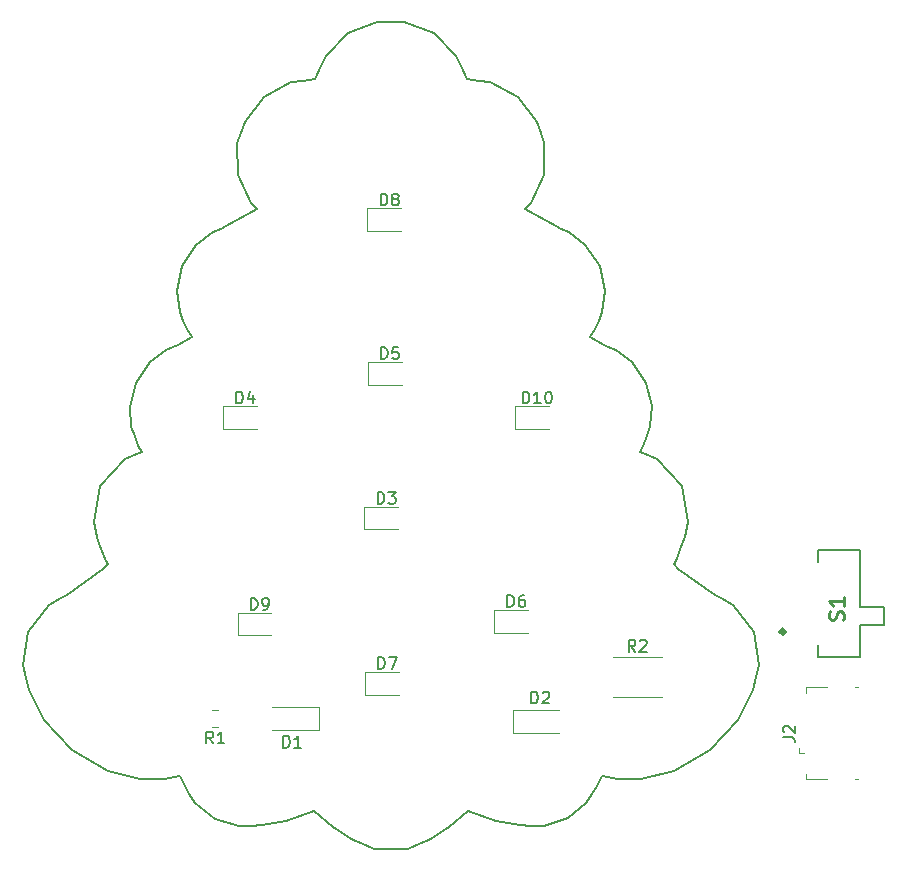
<source format=gto>
%TF.GenerationSoftware,KiCad,Pcbnew,(5.1.6)-1*%
%TF.CreationDate,2020-12-04T21:40:30+01:00*%
%TF.ProjectId,case_julgran_LED,63617365-5f6a-4756-9c67-72616e5f4c45,rev?*%
%TF.SameCoordinates,Original*%
%TF.FileFunction,Legend,Top*%
%TF.FilePolarity,Positive*%
%FSLAX46Y46*%
G04 Gerber Fmt 4.6, Leading zero omitted, Abs format (unit mm)*
G04 Created by KiCad (PCBNEW (5.1.6)-1) date 2020-12-04 21:40:30*
%MOMM*%
%LPD*%
G01*
G04 APERTURE LIST*
%ADD10C,0.200000*%
%ADD11C,0.120000*%
%ADD12C,0.400000*%
%ADD13C,0.150000*%
%ADD14C,0.254000*%
%ADD15C,0.500000*%
%ADD16C,0.010000*%
%ADD17O,1.624000X2.600000*%
%ADD18R,2.000000X1.600000*%
%ADD19C,1.550000*%
%ADD20R,1.450000X0.500000*%
%ADD21O,2.000000X1.300000*%
%ADD22R,2.000000X1.300000*%
%ADD23R,1.000000X1.300000*%
%ADD24R,2.600000X1.300000*%
%ADD25C,1.500000*%
G04 APERTURE END LIST*
D10*
X68614845Y-57619846D02*
X68196631Y-58526847D01*
X65705018Y-59882378D02*
X63345861Y-61122158D01*
X57247418Y-81415100D02*
X56085141Y-82118968D01*
X70483668Y-55716146D02*
X68614845Y-57619846D01*
X50178681Y-100655991D02*
X49781697Y-101064303D01*
X56851139Y-80777070D02*
X57247418Y-81415100D01*
X50027303Y-100397759D02*
X50178681Y-100655991D01*
X48953422Y-97102165D02*
X49263580Y-98341572D01*
X49511942Y-94058466D02*
X48953422Y-97102165D01*
X53061088Y-91159316D02*
X52813983Y-91253699D01*
X52746002Y-90626948D02*
X53061088Y-91159316D01*
X61443456Y-64145716D02*
X61135026Y-65042828D01*
X52032384Y-87322552D02*
X52159368Y-89024653D01*
X63345861Y-61122158D02*
X61735655Y-63242204D01*
X52813983Y-91253699D02*
X51609497Y-91759890D01*
X62291363Y-70128990D02*
X62792898Y-70639202D01*
X68196631Y-58526847D02*
X67699234Y-59583102D01*
X52523595Y-85309188D02*
X52032384Y-87322552D01*
X55071391Y-82550425D02*
X53703108Y-83593431D01*
X56085141Y-82118968D02*
X55719531Y-82277131D01*
X57655736Y-73635144D02*
X56463871Y-75433868D01*
X56240235Y-79319085D02*
X56548741Y-80083656D01*
X56463871Y-75433868D02*
X56024211Y-77552249D01*
X59056169Y-72544231D02*
X57655736Y-73635144D01*
X72984208Y-54746339D02*
X70483668Y-55716146D01*
X59740764Y-72255372D02*
X59056169Y-72544231D01*
X74127597Y-54746339D02*
X72984208Y-54746339D01*
X62788566Y-70642340D02*
X60164475Y-72073987D01*
X66680691Y-59738255D02*
X65705018Y-59882378D01*
X60164475Y-72073987D02*
X59740764Y-72255372D01*
X49263580Y-98341572D02*
X49441953Y-98976614D01*
X62792898Y-70639202D02*
X62788566Y-70642340D01*
X53703108Y-83593431D02*
X52523595Y-85309188D01*
X61147104Y-67716852D02*
X62291363Y-70128990D01*
X56548741Y-80083656D02*
X56851139Y-80777070D01*
X52431678Y-89832626D02*
X52746002Y-90626948D01*
X56024211Y-77552249D02*
X56240235Y-79319085D01*
X49441953Y-98976614D02*
X50027303Y-100397759D01*
X55719531Y-82277131D02*
X55071391Y-82550425D01*
X67699234Y-59583102D02*
X66680691Y-59738255D01*
X61735655Y-63242204D02*
X61443456Y-64145716D01*
X49781697Y-101064303D02*
X46705921Y-103284607D01*
X51609497Y-91759890D02*
X49511942Y-94058466D01*
X75269808Y-54746339D02*
X74127597Y-54746339D01*
X52159368Y-89024653D02*
X52431678Y-89832626D01*
X61135026Y-65042828D02*
X61147104Y-67716852D01*
X44733818Y-113833544D02*
X47107484Y-116447185D01*
X47107484Y-116447185D02*
X50186387Y-118169663D01*
X42958214Y-109216799D02*
X43226491Y-110290026D01*
X45172571Y-104121547D02*
X43384188Y-106382694D01*
X46705921Y-103284607D02*
X46172833Y-103573016D01*
X43384188Y-106382694D02*
X42958214Y-109216799D01*
X52920772Y-118827041D02*
X54018665Y-118845342D01*
X43226491Y-110290026D02*
X43479701Y-111313880D01*
X46172833Y-103573016D02*
X45172571Y-104121547D01*
X43479701Y-111313880D02*
X44733818Y-113833544D01*
X50186387Y-118169663D02*
X52920772Y-118827041D01*
X94550221Y-83593087D02*
X93192505Y-82558135D01*
X96096809Y-88998710D02*
X96221507Y-87321067D01*
X95447362Y-91252931D02*
X95192678Y-91155870D01*
X95729688Y-85307962D02*
X94550221Y-83593087D01*
X96221507Y-87321067D02*
X95729688Y-85307962D01*
X95828081Y-89823176D02*
X96096809Y-88998710D01*
X98988132Y-98350892D02*
X99303523Y-97097573D01*
X95192678Y-91155870D02*
X95494621Y-90651790D01*
X98226587Y-100394373D02*
X98808161Y-98982315D01*
X98473168Y-101061139D02*
X98075468Y-100652215D01*
X103086142Y-104119952D02*
X102080136Y-103568740D01*
X95494621Y-90651790D02*
X95828081Y-89823176D01*
X101547148Y-103280769D02*
X98473168Y-101061139D01*
X99303523Y-97097573D02*
X98737912Y-94046640D01*
X96646982Y-91761988D02*
X95447362Y-91252931D01*
X91006529Y-81415494D02*
X91398938Y-80782977D01*
X98808161Y-98982315D02*
X98988132Y-98350892D01*
X98737912Y-94046640D02*
X96646982Y-91761988D01*
X98075468Y-100652215D02*
X98226587Y-100394373D01*
X102080136Y-103568740D02*
X101547148Y-103280769D01*
X92167399Y-82118133D02*
X91006529Y-81415494D01*
X92545864Y-82281651D02*
X92167399Y-82118133D01*
X93192505Y-82558135D02*
X92545864Y-82281651D01*
X84907398Y-61119397D02*
X82550177Y-59883421D01*
X87117659Y-65054776D02*
X86810684Y-64142843D01*
X87109606Y-67712214D02*
X87117659Y-65054776D01*
X91398938Y-80782977D02*
X91713570Y-80067991D01*
X89206860Y-72551751D02*
X88525621Y-72260230D01*
X85460875Y-70638288D02*
X85970634Y-70113053D01*
X91713570Y-80067991D02*
X92017290Y-79292571D01*
X88525621Y-72260230D02*
X88090600Y-72073998D01*
X90598127Y-73634621D02*
X89206860Y-72551751D01*
X88090600Y-72073998D02*
X85466452Y-70642328D01*
X85970634Y-70113053D02*
X87109606Y-67712214D01*
X85466452Y-70642328D02*
X85460875Y-70638288D01*
X92017290Y-79292571D02*
X92229660Y-77550909D01*
X91789851Y-75433978D02*
X90598127Y-73634621D01*
X86507089Y-63226867D02*
X84907398Y-61119397D01*
X77770349Y-55716146D02*
X75269808Y-54746339D01*
X79628487Y-57608961D02*
X77770349Y-55716146D01*
X80052057Y-58513446D02*
X79628487Y-57608961D01*
X80555706Y-59582977D02*
X80052057Y-58513446D01*
X86810684Y-64142843D02*
X86507089Y-63226867D01*
X81578141Y-59738678D02*
X80555706Y-59582977D01*
X82550177Y-59883421D02*
X81578141Y-59738678D01*
X92229660Y-77550909D02*
X91789851Y-75433978D01*
X57073034Y-120151869D02*
X57571281Y-120888381D01*
X69211678Y-122936242D02*
X70931403Y-123991641D01*
X63181733Y-122793518D02*
X65247706Y-122404768D01*
X62251728Y-122853102D02*
X63181733Y-122793518D01*
X61267990Y-122853102D02*
X62251728Y-122853102D01*
X56654370Y-119494338D02*
X57073034Y-120151869D01*
X56229426Y-118617599D02*
X56654370Y-119494338D01*
X65247706Y-122404768D02*
X67589202Y-121576854D01*
X54018665Y-118845342D02*
X54898271Y-118847622D01*
X57571281Y-120888381D02*
X59223921Y-122234882D01*
X75567161Y-124793020D02*
X76635514Y-124308598D01*
X54898271Y-118847622D02*
X56229426Y-118617599D01*
X72672494Y-124793020D02*
X75567161Y-124793020D01*
X59223921Y-122234882D02*
X61267990Y-122853102D01*
X71608502Y-124303521D02*
X72672494Y-124793020D01*
X70931403Y-123991641D02*
X71608502Y-124303521D01*
X67589202Y-121576854D02*
X69211678Y-122936242D01*
X104774620Y-111312335D02*
X105035493Y-110259328D01*
X86003594Y-122853102D02*
X87099579Y-122853102D01*
X77324775Y-123990194D02*
X79042142Y-122936242D01*
X85072588Y-122793582D02*
X86003594Y-122853102D01*
X79042142Y-122936242D02*
X80664593Y-121576875D01*
X76635514Y-124308598D02*
X77324775Y-123990194D01*
X95333401Y-118827019D02*
X98068726Y-118169382D01*
X89090371Y-122183703D02*
X90678701Y-120889783D01*
X93356184Y-118847618D02*
X94236563Y-118845342D01*
X104870271Y-106384335D02*
X103086142Y-104119952D01*
X105291070Y-109183424D02*
X104870271Y-106384335D01*
X83006345Y-122404787D02*
X85072588Y-122793582D01*
X92021865Y-118617286D02*
X93356184Y-118847618D01*
X80664593Y-121576875D02*
X83006345Y-122404787D01*
X105035493Y-110259328D02*
X105291070Y-109183424D01*
X87099579Y-122853102D02*
X89090371Y-122183703D01*
X103519990Y-113831083D02*
X104774620Y-111312335D01*
X94236563Y-118845342D02*
X95333401Y-118827019D01*
X101148212Y-116444767D02*
X103519990Y-113831083D01*
X90678701Y-120889783D02*
X91180000Y-120150000D01*
X98068726Y-118169382D02*
X101148212Y-116444767D01*
X91597840Y-119491300D02*
X92021865Y-118617286D01*
X91180000Y-120150000D02*
X91597840Y-119491300D01*
D11*
%TO.C,J2*%
X108687500Y-116700000D02*
X109137500Y-116700000D01*
X108687500Y-116700000D02*
X108687500Y-116250000D01*
X109237500Y-111100000D02*
X109237500Y-111550000D01*
X111087500Y-111100000D02*
X109237500Y-111100000D01*
X113637500Y-118900000D02*
X113387500Y-118900000D01*
X113637500Y-111100000D02*
X113387500Y-111100000D01*
X111087500Y-118900000D02*
X109237500Y-118900000D01*
X109237500Y-118900000D02*
X109237500Y-118450000D01*
%TO.C,D1*%
X68000000Y-114750000D02*
X64100000Y-114750000D01*
X68000000Y-112750000D02*
X64100000Y-112750000D01*
X68000000Y-114750000D02*
X68000000Y-112750000D01*
%TO.C,D2*%
X84500000Y-113000000D02*
X84500000Y-115000000D01*
X84500000Y-115000000D02*
X88400000Y-115000000D01*
X84500000Y-113000000D02*
X88400000Y-113000000D01*
%TO.C,D3*%
X71890000Y-97710000D02*
X74750000Y-97710000D01*
X71890000Y-95790000D02*
X71890000Y-97710000D01*
X74750000Y-95790000D02*
X71890000Y-95790000D01*
%TO.C,D4*%
X62775000Y-87290000D02*
X59915000Y-87290000D01*
X59915000Y-87290000D02*
X59915000Y-89210000D01*
X59915000Y-89210000D02*
X62775000Y-89210000D01*
%TO.C,D5*%
X72165000Y-85460000D02*
X75025000Y-85460000D01*
X72165000Y-83540000D02*
X72165000Y-85460000D01*
X75025000Y-83540000D02*
X72165000Y-83540000D01*
%TO.C,D6*%
X85725000Y-104540000D02*
X82865000Y-104540000D01*
X82865000Y-104540000D02*
X82865000Y-106460000D01*
X82865000Y-106460000D02*
X85725000Y-106460000D01*
%TO.C,D7*%
X71915000Y-111710000D02*
X74775000Y-111710000D01*
X71915000Y-109790000D02*
X71915000Y-111710000D01*
X74775000Y-109790000D02*
X71915000Y-109790000D01*
%TO.C,D8*%
X75000000Y-70540000D02*
X72140000Y-70540000D01*
X72140000Y-70540000D02*
X72140000Y-72460000D01*
X72140000Y-72460000D02*
X75000000Y-72460000D01*
%TO.C,D9*%
X61140000Y-106710000D02*
X64000000Y-106710000D01*
X61140000Y-104790000D02*
X61140000Y-106710000D01*
X64000000Y-104790000D02*
X61140000Y-104790000D01*
%TO.C,D10*%
X87500000Y-87290000D02*
X84640000Y-87290000D01*
X84640000Y-87290000D02*
X84640000Y-89210000D01*
X84640000Y-89210000D02*
X87500000Y-89210000D01*
%TO.C,R1*%
X59511252Y-113040000D02*
X58988748Y-113040000D01*
X59511252Y-114460000D02*
X58988748Y-114460000D01*
%TO.C,R2*%
X92935436Y-111960000D02*
X97039564Y-111960000D01*
X92935436Y-108540000D02*
X97039564Y-108540000D01*
D12*
%TO.C,S1*%
X107454150Y-106399000D02*
G75*
G03*
X107454150Y-106399000I-164150J0D01*
G01*
D10*
X113850000Y-99500000D02*
X110250000Y-99500000D01*
X113850000Y-104300000D02*
X113850000Y-99500000D01*
X115850000Y-104300000D02*
X113850000Y-104300000D01*
X115850000Y-105800000D02*
X115850000Y-104300000D01*
X113850000Y-105800000D02*
X115850000Y-105800000D01*
X113850000Y-108500000D02*
X113850000Y-105800000D01*
X110250000Y-108500000D02*
X113850000Y-108500000D01*
X110250000Y-108500000D02*
X110250000Y-107500000D01*
X110250000Y-99500000D02*
X110250000Y-100500000D01*
%TO.C,J2*%
D13*
X107339880Y-115333333D02*
X108054166Y-115333333D01*
X108197023Y-115380952D01*
X108292261Y-115476190D01*
X108339880Y-115619047D01*
X108339880Y-115714285D01*
X107435119Y-114904761D02*
X107387500Y-114857142D01*
X107339880Y-114761904D01*
X107339880Y-114523809D01*
X107387500Y-114428571D01*
X107435119Y-114380952D01*
X107530357Y-114333333D01*
X107625595Y-114333333D01*
X107768452Y-114380952D01*
X108339880Y-114952380D01*
X108339880Y-114333333D01*
%TO.C,D1*%
X65011904Y-116202380D02*
X65011904Y-115202380D01*
X65250000Y-115202380D01*
X65392857Y-115250000D01*
X65488095Y-115345238D01*
X65535714Y-115440476D01*
X65583333Y-115630952D01*
X65583333Y-115773809D01*
X65535714Y-115964285D01*
X65488095Y-116059523D01*
X65392857Y-116154761D01*
X65250000Y-116202380D01*
X65011904Y-116202380D01*
X66535714Y-116202380D02*
X65964285Y-116202380D01*
X66250000Y-116202380D02*
X66250000Y-115202380D01*
X66154761Y-115345238D01*
X66059523Y-115440476D01*
X65964285Y-115488095D01*
%TO.C,D2*%
X86011904Y-112452380D02*
X86011904Y-111452380D01*
X86250000Y-111452380D01*
X86392857Y-111500000D01*
X86488095Y-111595238D01*
X86535714Y-111690476D01*
X86583333Y-111880952D01*
X86583333Y-112023809D01*
X86535714Y-112214285D01*
X86488095Y-112309523D01*
X86392857Y-112404761D01*
X86250000Y-112452380D01*
X86011904Y-112452380D01*
X86964285Y-111547619D02*
X87011904Y-111500000D01*
X87107142Y-111452380D01*
X87345238Y-111452380D01*
X87440476Y-111500000D01*
X87488095Y-111547619D01*
X87535714Y-111642857D01*
X87535714Y-111738095D01*
X87488095Y-111880952D01*
X86916666Y-112452380D01*
X87535714Y-112452380D01*
%TO.C,D3*%
X73011904Y-95552380D02*
X73011904Y-94552380D01*
X73250000Y-94552380D01*
X73392857Y-94600000D01*
X73488095Y-94695238D01*
X73535714Y-94790476D01*
X73583333Y-94980952D01*
X73583333Y-95123809D01*
X73535714Y-95314285D01*
X73488095Y-95409523D01*
X73392857Y-95504761D01*
X73250000Y-95552380D01*
X73011904Y-95552380D01*
X73916666Y-94552380D02*
X74535714Y-94552380D01*
X74202380Y-94933333D01*
X74345238Y-94933333D01*
X74440476Y-94980952D01*
X74488095Y-95028571D01*
X74535714Y-95123809D01*
X74535714Y-95361904D01*
X74488095Y-95457142D01*
X74440476Y-95504761D01*
X74345238Y-95552380D01*
X74059523Y-95552380D01*
X73964285Y-95504761D01*
X73916666Y-95457142D01*
%TO.C,D4*%
X61036904Y-87052380D02*
X61036904Y-86052380D01*
X61275000Y-86052380D01*
X61417857Y-86100000D01*
X61513095Y-86195238D01*
X61560714Y-86290476D01*
X61608333Y-86480952D01*
X61608333Y-86623809D01*
X61560714Y-86814285D01*
X61513095Y-86909523D01*
X61417857Y-87004761D01*
X61275000Y-87052380D01*
X61036904Y-87052380D01*
X62465476Y-86385714D02*
X62465476Y-87052380D01*
X62227380Y-86004761D02*
X61989285Y-86719047D01*
X62608333Y-86719047D01*
%TO.C,D5*%
X73286904Y-83302380D02*
X73286904Y-82302380D01*
X73525000Y-82302380D01*
X73667857Y-82350000D01*
X73763095Y-82445238D01*
X73810714Y-82540476D01*
X73858333Y-82730952D01*
X73858333Y-82873809D01*
X73810714Y-83064285D01*
X73763095Y-83159523D01*
X73667857Y-83254761D01*
X73525000Y-83302380D01*
X73286904Y-83302380D01*
X74763095Y-82302380D02*
X74286904Y-82302380D01*
X74239285Y-82778571D01*
X74286904Y-82730952D01*
X74382142Y-82683333D01*
X74620238Y-82683333D01*
X74715476Y-82730952D01*
X74763095Y-82778571D01*
X74810714Y-82873809D01*
X74810714Y-83111904D01*
X74763095Y-83207142D01*
X74715476Y-83254761D01*
X74620238Y-83302380D01*
X74382142Y-83302380D01*
X74286904Y-83254761D01*
X74239285Y-83207142D01*
%TO.C,D6*%
X83986904Y-104302380D02*
X83986904Y-103302380D01*
X84225000Y-103302380D01*
X84367857Y-103350000D01*
X84463095Y-103445238D01*
X84510714Y-103540476D01*
X84558333Y-103730952D01*
X84558333Y-103873809D01*
X84510714Y-104064285D01*
X84463095Y-104159523D01*
X84367857Y-104254761D01*
X84225000Y-104302380D01*
X83986904Y-104302380D01*
X85415476Y-103302380D02*
X85225000Y-103302380D01*
X85129761Y-103350000D01*
X85082142Y-103397619D01*
X84986904Y-103540476D01*
X84939285Y-103730952D01*
X84939285Y-104111904D01*
X84986904Y-104207142D01*
X85034523Y-104254761D01*
X85129761Y-104302380D01*
X85320238Y-104302380D01*
X85415476Y-104254761D01*
X85463095Y-104207142D01*
X85510714Y-104111904D01*
X85510714Y-103873809D01*
X85463095Y-103778571D01*
X85415476Y-103730952D01*
X85320238Y-103683333D01*
X85129761Y-103683333D01*
X85034523Y-103730952D01*
X84986904Y-103778571D01*
X84939285Y-103873809D01*
%TO.C,D7*%
X73036904Y-109552380D02*
X73036904Y-108552380D01*
X73275000Y-108552380D01*
X73417857Y-108600000D01*
X73513095Y-108695238D01*
X73560714Y-108790476D01*
X73608333Y-108980952D01*
X73608333Y-109123809D01*
X73560714Y-109314285D01*
X73513095Y-109409523D01*
X73417857Y-109504761D01*
X73275000Y-109552380D01*
X73036904Y-109552380D01*
X73941666Y-108552380D02*
X74608333Y-108552380D01*
X74179761Y-109552380D01*
%TO.C,D8*%
X73261904Y-70302380D02*
X73261904Y-69302380D01*
X73500000Y-69302380D01*
X73642857Y-69350000D01*
X73738095Y-69445238D01*
X73785714Y-69540476D01*
X73833333Y-69730952D01*
X73833333Y-69873809D01*
X73785714Y-70064285D01*
X73738095Y-70159523D01*
X73642857Y-70254761D01*
X73500000Y-70302380D01*
X73261904Y-70302380D01*
X74404761Y-69730952D02*
X74309523Y-69683333D01*
X74261904Y-69635714D01*
X74214285Y-69540476D01*
X74214285Y-69492857D01*
X74261904Y-69397619D01*
X74309523Y-69350000D01*
X74404761Y-69302380D01*
X74595238Y-69302380D01*
X74690476Y-69350000D01*
X74738095Y-69397619D01*
X74785714Y-69492857D01*
X74785714Y-69540476D01*
X74738095Y-69635714D01*
X74690476Y-69683333D01*
X74595238Y-69730952D01*
X74404761Y-69730952D01*
X74309523Y-69778571D01*
X74261904Y-69826190D01*
X74214285Y-69921428D01*
X74214285Y-70111904D01*
X74261904Y-70207142D01*
X74309523Y-70254761D01*
X74404761Y-70302380D01*
X74595238Y-70302380D01*
X74690476Y-70254761D01*
X74738095Y-70207142D01*
X74785714Y-70111904D01*
X74785714Y-69921428D01*
X74738095Y-69826190D01*
X74690476Y-69778571D01*
X74595238Y-69730952D01*
%TO.C,D9*%
X62261904Y-104552380D02*
X62261904Y-103552380D01*
X62500000Y-103552380D01*
X62642857Y-103600000D01*
X62738095Y-103695238D01*
X62785714Y-103790476D01*
X62833333Y-103980952D01*
X62833333Y-104123809D01*
X62785714Y-104314285D01*
X62738095Y-104409523D01*
X62642857Y-104504761D01*
X62500000Y-104552380D01*
X62261904Y-104552380D01*
X63309523Y-104552380D02*
X63500000Y-104552380D01*
X63595238Y-104504761D01*
X63642857Y-104457142D01*
X63738095Y-104314285D01*
X63785714Y-104123809D01*
X63785714Y-103742857D01*
X63738095Y-103647619D01*
X63690476Y-103600000D01*
X63595238Y-103552380D01*
X63404761Y-103552380D01*
X63309523Y-103600000D01*
X63261904Y-103647619D01*
X63214285Y-103742857D01*
X63214285Y-103980952D01*
X63261904Y-104076190D01*
X63309523Y-104123809D01*
X63404761Y-104171428D01*
X63595238Y-104171428D01*
X63690476Y-104123809D01*
X63738095Y-104076190D01*
X63785714Y-103980952D01*
%TO.C,D10*%
X85285714Y-87052380D02*
X85285714Y-86052380D01*
X85523809Y-86052380D01*
X85666666Y-86100000D01*
X85761904Y-86195238D01*
X85809523Y-86290476D01*
X85857142Y-86480952D01*
X85857142Y-86623809D01*
X85809523Y-86814285D01*
X85761904Y-86909523D01*
X85666666Y-87004761D01*
X85523809Y-87052380D01*
X85285714Y-87052380D01*
X86809523Y-87052380D02*
X86238095Y-87052380D01*
X86523809Y-87052380D02*
X86523809Y-86052380D01*
X86428571Y-86195238D01*
X86333333Y-86290476D01*
X86238095Y-86338095D01*
X87428571Y-86052380D02*
X87523809Y-86052380D01*
X87619047Y-86100000D01*
X87666666Y-86147619D01*
X87714285Y-86242857D01*
X87761904Y-86433333D01*
X87761904Y-86671428D01*
X87714285Y-86861904D01*
X87666666Y-86957142D01*
X87619047Y-87004761D01*
X87523809Y-87052380D01*
X87428571Y-87052380D01*
X87333333Y-87004761D01*
X87285714Y-86957142D01*
X87238095Y-86861904D01*
X87190476Y-86671428D01*
X87190476Y-86433333D01*
X87238095Y-86242857D01*
X87285714Y-86147619D01*
X87333333Y-86100000D01*
X87428571Y-86052380D01*
%TO.C,R1*%
X59083333Y-115852380D02*
X58750000Y-115376190D01*
X58511904Y-115852380D02*
X58511904Y-114852380D01*
X58892857Y-114852380D01*
X58988095Y-114900000D01*
X59035714Y-114947619D01*
X59083333Y-115042857D01*
X59083333Y-115185714D01*
X59035714Y-115280952D01*
X58988095Y-115328571D01*
X58892857Y-115376190D01*
X58511904Y-115376190D01*
X60035714Y-115852380D02*
X59464285Y-115852380D01*
X59750000Y-115852380D02*
X59750000Y-114852380D01*
X59654761Y-114995238D01*
X59559523Y-115090476D01*
X59464285Y-115138095D01*
%TO.C,R2*%
X94820833Y-108082380D02*
X94487500Y-107606190D01*
X94249404Y-108082380D02*
X94249404Y-107082380D01*
X94630357Y-107082380D01*
X94725595Y-107130000D01*
X94773214Y-107177619D01*
X94820833Y-107272857D01*
X94820833Y-107415714D01*
X94773214Y-107510952D01*
X94725595Y-107558571D01*
X94630357Y-107606190D01*
X94249404Y-107606190D01*
X95201785Y-107177619D02*
X95249404Y-107130000D01*
X95344642Y-107082380D01*
X95582738Y-107082380D01*
X95677976Y-107130000D01*
X95725595Y-107177619D01*
X95773214Y-107272857D01*
X95773214Y-107368095D01*
X95725595Y-107510952D01*
X95154166Y-108082380D01*
X95773214Y-108082380D01*
%TO.C,S1*%
D14*
X112411047Y-105397619D02*
X112471523Y-105216190D01*
X112471523Y-104913809D01*
X112411047Y-104792857D01*
X112350571Y-104732380D01*
X112229619Y-104671904D01*
X112108666Y-104671904D01*
X111987714Y-104732380D01*
X111927238Y-104792857D01*
X111866761Y-104913809D01*
X111806285Y-105155714D01*
X111745809Y-105276666D01*
X111685333Y-105337142D01*
X111564380Y-105397619D01*
X111443428Y-105397619D01*
X111322476Y-105337142D01*
X111262000Y-105276666D01*
X111201523Y-105155714D01*
X111201523Y-104853333D01*
X111262000Y-104671904D01*
X112471523Y-103462380D02*
X112471523Y-104188095D01*
X112471523Y-103825238D02*
X111201523Y-103825238D01*
X111382952Y-103946190D01*
X111503904Y-104067142D01*
X111564380Y-104188095D01*
%TD*%
%LPC*%
D13*
X42745119Y-122935714D02*
X42707023Y-122973809D01*
X42592738Y-123011904D01*
X42516547Y-123011904D01*
X42402261Y-122973809D01*
X42326071Y-122897619D01*
X42287976Y-122821428D01*
X42249880Y-122669047D01*
X42249880Y-122554761D01*
X42287976Y-122402380D01*
X42326071Y-122326190D01*
X42402261Y-122250000D01*
X42516547Y-122211904D01*
X42592738Y-122211904D01*
X42707023Y-122250000D01*
X42745119Y-122288095D01*
X43049880Y-122783333D02*
X43430833Y-122783333D01*
X42973690Y-123011904D02*
X43240357Y-122211904D01*
X43507023Y-123011904D01*
X43735595Y-122973809D02*
X43849880Y-123011904D01*
X44040357Y-123011904D01*
X44116547Y-122973809D01*
X44154642Y-122935714D01*
X44192738Y-122859523D01*
X44192738Y-122783333D01*
X44154642Y-122707142D01*
X44116547Y-122669047D01*
X44040357Y-122630952D01*
X43887976Y-122592857D01*
X43811785Y-122554761D01*
X43773690Y-122516666D01*
X43735595Y-122440476D01*
X43735595Y-122364285D01*
X43773690Y-122288095D01*
X43811785Y-122250000D01*
X43887976Y-122211904D01*
X44078452Y-122211904D01*
X44192738Y-122250000D01*
X44535595Y-122592857D02*
X44802261Y-122592857D01*
X44916547Y-123011904D02*
X44535595Y-123011904D01*
X44535595Y-122211904D01*
X44916547Y-122211904D01*
X46097500Y-122211904D02*
X46097500Y-122783333D01*
X46059404Y-122897619D01*
X45983214Y-122973809D01*
X45868928Y-123011904D01*
X45792738Y-123011904D01*
X46821309Y-122478571D02*
X46821309Y-123011904D01*
X46478452Y-122478571D02*
X46478452Y-122897619D01*
X46516547Y-122973809D01*
X46592738Y-123011904D01*
X46707023Y-123011904D01*
X46783214Y-122973809D01*
X46821309Y-122935714D01*
X47316547Y-123011904D02*
X47240357Y-122973809D01*
X47202261Y-122897619D01*
X47202261Y-122211904D01*
X47621309Y-123011904D02*
X47621309Y-122211904D01*
X47697500Y-122707142D02*
X47926071Y-123011904D01*
X47926071Y-122478571D02*
X47621309Y-122783333D01*
X48383214Y-123011904D02*
X48307023Y-122973809D01*
X48268928Y-122935714D01*
X48230833Y-122859523D01*
X48230833Y-122630952D01*
X48268928Y-122554761D01*
X48307023Y-122516666D01*
X48383214Y-122478571D01*
X48497500Y-122478571D01*
X48573690Y-122516666D01*
X48611785Y-122554761D01*
X48649880Y-122630952D01*
X48649880Y-122859523D01*
X48611785Y-122935714D01*
X48573690Y-122973809D01*
X48497500Y-123011904D01*
X48383214Y-123011904D01*
X48992738Y-123011904D02*
X48992738Y-122478571D01*
X48992738Y-122630952D02*
X49030833Y-122554761D01*
X49068928Y-122516666D01*
X49145119Y-122478571D01*
X49221309Y-122478571D01*
X49373690Y-122478571D02*
X49678452Y-122478571D01*
X49487976Y-122211904D02*
X49487976Y-122897619D01*
X49526071Y-122973809D01*
X49602261Y-123011904D01*
X49678452Y-123011904D01*
X50516547Y-122288095D02*
X50554642Y-122250000D01*
X50630833Y-122211904D01*
X50821309Y-122211904D01*
X50897500Y-122250000D01*
X50935595Y-122288095D01*
X50973690Y-122364285D01*
X50973690Y-122440476D01*
X50935595Y-122554761D01*
X50478452Y-123011904D01*
X50973690Y-123011904D01*
X51468928Y-122211904D02*
X51545119Y-122211904D01*
X51621309Y-122250000D01*
X51659404Y-122288095D01*
X51697500Y-122364285D01*
X51735595Y-122516666D01*
X51735595Y-122707142D01*
X51697500Y-122859523D01*
X51659404Y-122935714D01*
X51621309Y-122973809D01*
X51545119Y-123011904D01*
X51468928Y-123011904D01*
X51392738Y-122973809D01*
X51354642Y-122935714D01*
X51316547Y-122859523D01*
X51278452Y-122707142D01*
X51278452Y-122516666D01*
X51316547Y-122364285D01*
X51354642Y-122288095D01*
X51392738Y-122250000D01*
X51468928Y-122211904D01*
X52040357Y-122288095D02*
X52078452Y-122250000D01*
X52154642Y-122211904D01*
X52345119Y-122211904D01*
X52421309Y-122250000D01*
X52459404Y-122288095D01*
X52497500Y-122364285D01*
X52497500Y-122440476D01*
X52459404Y-122554761D01*
X52002261Y-123011904D01*
X52497500Y-123011904D01*
X52992738Y-122211904D02*
X53068928Y-122211904D01*
X53145119Y-122250000D01*
X53183214Y-122288095D01*
X53221309Y-122364285D01*
X53259404Y-122516666D01*
X53259404Y-122707142D01*
X53221309Y-122859523D01*
X53183214Y-122935714D01*
X53145119Y-122973809D01*
X53068928Y-123011904D01*
X52992738Y-123011904D01*
X52916547Y-122973809D01*
X52878452Y-122935714D01*
X52840357Y-122859523D01*
X52802261Y-122707142D01*
X52802261Y-122516666D01*
X52840357Y-122364285D01*
X52878452Y-122288095D01*
X52916547Y-122250000D01*
X52992738Y-122211904D01*
X42287976Y-124361904D02*
X42287976Y-123561904D01*
X42668928Y-124285714D02*
X42707023Y-124323809D01*
X42668928Y-124361904D01*
X42630833Y-124323809D01*
X42668928Y-124285714D01*
X42668928Y-124361904D01*
X43621309Y-124133333D02*
X44002261Y-124133333D01*
X43545119Y-124361904D02*
X43811785Y-123561904D01*
X44078452Y-124361904D01*
X43811785Y-123561904D02*
X43735595Y-123523809D01*
X43697500Y-123447619D01*
X43735595Y-123371428D01*
X43811785Y-123333333D01*
X43887976Y-123371428D01*
X43926071Y-123447619D01*
X43887976Y-123523809D01*
X43811785Y-123561904D01*
X44307023Y-124323809D02*
X44383214Y-124361904D01*
X44535595Y-124361904D01*
X44611785Y-124323809D01*
X44649880Y-124247619D01*
X44649880Y-124209523D01*
X44611785Y-124133333D01*
X44535595Y-124095238D01*
X44421309Y-124095238D01*
X44345119Y-124057142D01*
X44307023Y-123980952D01*
X44307023Y-123942857D01*
X44345119Y-123866666D01*
X44421309Y-123828571D01*
X44535595Y-123828571D01*
X44611785Y-123866666D01*
X45107023Y-124361904D02*
X45030833Y-124323809D01*
X44992738Y-124247619D01*
X44992738Y-123561904D01*
X45754642Y-123828571D02*
X45754642Y-124361904D01*
X45411785Y-123828571D02*
X45411785Y-124247619D01*
X45449880Y-124323809D01*
X45526071Y-124361904D01*
X45640357Y-124361904D01*
X45716547Y-124323809D01*
X45754642Y-124285714D01*
X46135595Y-123828571D02*
X46135595Y-124361904D01*
X46135595Y-123904761D02*
X46173690Y-123866666D01*
X46249880Y-123828571D01*
X46364166Y-123828571D01*
X46440357Y-123866666D01*
X46478452Y-123942857D01*
X46478452Y-124361904D01*
X47202261Y-124361904D02*
X47202261Y-123561904D01*
X47202261Y-124323809D02*
X47126071Y-124361904D01*
X46973690Y-124361904D01*
X46897500Y-124323809D01*
X46859404Y-124285714D01*
X46821309Y-124209523D01*
X46821309Y-123980952D01*
X46859404Y-123904761D01*
X46897500Y-123866666D01*
X46973690Y-123828571D01*
X47126071Y-123828571D01*
X47202261Y-123866666D01*
X42287976Y-125711904D02*
X42287976Y-124911904D01*
X42478452Y-124911904D01*
X42592738Y-124950000D01*
X42668928Y-125026190D01*
X42707023Y-125102380D01*
X42745119Y-125254761D01*
X42745119Y-125369047D01*
X42707023Y-125521428D01*
X42668928Y-125597619D01*
X42592738Y-125673809D01*
X42478452Y-125711904D01*
X42287976Y-125711904D01*
X43087976Y-125635714D02*
X43126071Y-125673809D01*
X43087976Y-125711904D01*
X43049880Y-125673809D01*
X43087976Y-125635714D01*
X43087976Y-125711904D01*
X44002261Y-125788095D02*
X43926071Y-125750000D01*
X43849880Y-125673809D01*
X43735595Y-125559523D01*
X43659404Y-125521428D01*
X43583214Y-125521428D01*
X43621309Y-125711904D02*
X43545119Y-125673809D01*
X43468928Y-125597619D01*
X43430833Y-125445238D01*
X43430833Y-125178571D01*
X43468928Y-125026190D01*
X43545119Y-124950000D01*
X43621309Y-124911904D01*
X43773690Y-124911904D01*
X43849880Y-124950000D01*
X43926071Y-125026190D01*
X43964166Y-125178571D01*
X43964166Y-125445238D01*
X43926071Y-125597619D01*
X43849880Y-125673809D01*
X43773690Y-125711904D01*
X43621309Y-125711904D01*
X44649880Y-125178571D02*
X44649880Y-125711904D01*
X44307023Y-125178571D02*
X44307023Y-125597619D01*
X44345119Y-125673809D01*
X44421309Y-125711904D01*
X44535595Y-125711904D01*
X44611785Y-125673809D01*
X44649880Y-125635714D01*
X45373690Y-125711904D02*
X45373690Y-125292857D01*
X45335595Y-125216666D01*
X45259404Y-125178571D01*
X45107023Y-125178571D01*
X45030833Y-125216666D01*
X45373690Y-125673809D02*
X45297500Y-125711904D01*
X45107023Y-125711904D01*
X45030833Y-125673809D01*
X44992738Y-125597619D01*
X44992738Y-125521428D01*
X45030833Y-125445238D01*
X45107023Y-125407142D01*
X45297500Y-125407142D01*
X45373690Y-125369047D01*
X46097500Y-125673809D02*
X46021309Y-125711904D01*
X45868928Y-125711904D01*
X45792738Y-125673809D01*
X45754642Y-125635714D01*
X45716547Y-125559523D01*
X45716547Y-125330952D01*
X45754642Y-125254761D01*
X45792738Y-125216666D01*
X45868928Y-125178571D01*
X46021309Y-125178571D01*
X46097500Y-125216666D01*
X46440357Y-125711904D02*
X46440357Y-124911904D01*
X46783214Y-125711904D02*
X46783214Y-125292857D01*
X46745119Y-125216666D01*
X46668928Y-125178571D01*
X46554642Y-125178571D01*
X46478452Y-125216666D01*
X46440357Y-125254761D01*
D15*
X50928571Y-28900000D02*
X50642857Y-28757142D01*
X50214285Y-28757142D01*
X49785714Y-28900000D01*
X49499999Y-29185714D01*
X49357142Y-29471428D01*
X49214285Y-30042857D01*
X49214285Y-30471428D01*
X49357142Y-31042857D01*
X49499999Y-31328571D01*
X49785714Y-31614285D01*
X50214285Y-31757142D01*
X50499999Y-31757142D01*
X50928571Y-31614285D01*
X51071428Y-31471428D01*
X51071428Y-30471428D01*
X50499999Y-30471428D01*
X52785714Y-31757142D02*
X52499999Y-31614285D01*
X52357142Y-31471428D01*
X52214285Y-31185714D01*
X52214285Y-30328571D01*
X52357142Y-30042857D01*
X52499999Y-29900000D01*
X52785714Y-29757142D01*
X53214285Y-29757142D01*
X53499999Y-29900000D01*
X53642857Y-30042857D01*
X53785714Y-30328571D01*
X53785714Y-31185714D01*
X53642857Y-31471428D01*
X53499999Y-31614285D01*
X53214285Y-31757142D01*
X52785714Y-31757142D01*
X56357142Y-31757142D02*
X56357142Y-28757142D01*
X56357142Y-31614285D02*
X56071428Y-31757142D01*
X55499999Y-31757142D01*
X55214285Y-31614285D01*
X55071428Y-31471428D01*
X54928571Y-31185714D01*
X54928571Y-30328571D01*
X55071428Y-30042857D01*
X55214285Y-29900000D01*
X55499999Y-29757142D01*
X56071428Y-29757142D01*
X56357142Y-29900000D01*
X60071428Y-29757142D02*
X60071428Y-32328571D01*
X59928571Y-32614285D01*
X59642857Y-32757142D01*
X59499999Y-32757142D01*
X60071428Y-28757142D02*
X59928571Y-28900000D01*
X60071428Y-29042857D01*
X60214285Y-28900000D01*
X60071428Y-28757142D01*
X60071428Y-29042857D01*
X62785714Y-29757142D02*
X62785714Y-31757142D01*
X61499999Y-29757142D02*
X61499999Y-31328571D01*
X61642857Y-31614285D01*
X61928571Y-31757142D01*
X62357142Y-31757142D01*
X62642857Y-31614285D01*
X62785714Y-31471428D01*
X64642857Y-31757142D02*
X64357142Y-31614285D01*
X64214285Y-31328571D01*
X64214285Y-28757142D01*
X70500000Y-31757142D02*
X70357142Y-31757142D01*
X70071428Y-31614285D01*
X69642857Y-31185714D01*
X68928571Y-30328571D01*
X68642857Y-29900000D01*
X68500000Y-29471428D01*
X68500000Y-29185714D01*
X68642857Y-28900000D01*
X68928571Y-28757142D01*
X69071428Y-28757142D01*
X69357142Y-28900000D01*
X69500000Y-29185714D01*
X69500000Y-29328571D01*
X69357142Y-29614285D01*
X69214285Y-29757142D01*
X68357142Y-30328571D01*
X68214285Y-30471428D01*
X68071428Y-30757142D01*
X68071428Y-31185714D01*
X68214285Y-31471428D01*
X68357142Y-31614285D01*
X68642857Y-31757142D01*
X69071428Y-31757142D01*
X69357142Y-31614285D01*
X69500000Y-31471428D01*
X69928571Y-30900000D01*
X70071428Y-30471428D01*
X70071428Y-30185714D01*
X75642857Y-28900000D02*
X75357142Y-28757142D01*
X74928571Y-28757142D01*
X74500000Y-28900000D01*
X74214285Y-29185714D01*
X74071428Y-29471428D01*
X73928571Y-30042857D01*
X73928571Y-30471428D01*
X74071428Y-31042857D01*
X74214285Y-31328571D01*
X74500000Y-31614285D01*
X74928571Y-31757142D01*
X75214285Y-31757142D01*
X75642857Y-31614285D01*
X75785714Y-31471428D01*
X75785714Y-30471428D01*
X75214285Y-30471428D01*
X77500000Y-31757142D02*
X77214285Y-31614285D01*
X77071428Y-31471428D01*
X76928571Y-31185714D01*
X76928571Y-30328571D01*
X77071428Y-30042857D01*
X77214285Y-29900000D01*
X77500000Y-29757142D01*
X77928571Y-29757142D01*
X78214285Y-29900000D01*
X78357142Y-30042857D01*
X78500000Y-30328571D01*
X78500000Y-31185714D01*
X78357142Y-31471428D01*
X78214285Y-31614285D01*
X77928571Y-31757142D01*
X77500000Y-31757142D01*
X79357142Y-29757142D02*
X80500000Y-29757142D01*
X79785714Y-28757142D02*
X79785714Y-31328571D01*
X79928571Y-31614285D01*
X80214285Y-31757142D01*
X80500000Y-31757142D01*
X81071428Y-29757142D02*
X82214285Y-29757142D01*
X81499999Y-28757142D02*
X81499999Y-31328571D01*
X81642857Y-31614285D01*
X81928571Y-31757142D01*
X82214285Y-31757142D01*
X85500000Y-29757142D02*
X85500000Y-31757142D01*
X85500000Y-30042857D02*
X85642857Y-29900000D01*
X85928571Y-29757142D01*
X86357142Y-29757142D01*
X86642857Y-29900000D01*
X86785714Y-30185714D01*
X86785714Y-31757142D01*
X87928571Y-29757142D02*
X88642857Y-31757142D01*
X89357142Y-29757142D02*
X88642857Y-31757142D01*
X88357142Y-32471428D01*
X88214285Y-32614285D01*
X87928571Y-32757142D01*
X90071428Y-29757142D02*
X91214285Y-29757142D01*
X90500000Y-28757142D02*
X90500000Y-31328571D01*
X90642857Y-31614285D01*
X90928571Y-31757142D01*
X91214285Y-31757142D01*
X91785714Y-29757142D02*
X92928571Y-29757142D01*
X92214285Y-28757142D02*
X92214285Y-31328571D01*
X92357142Y-31614285D01*
X92642857Y-31757142D01*
X92928571Y-31757142D01*
X97500000Y-31757142D02*
X97500000Y-30185714D01*
X97357142Y-29900000D01*
X97071428Y-29757142D01*
X96500000Y-29757142D01*
X96214285Y-29900000D01*
X97500000Y-31614285D02*
X97214285Y-31757142D01*
X96500000Y-31757142D01*
X96214285Y-31614285D01*
X96071428Y-31328571D01*
X96071428Y-31042857D01*
X96214285Y-30757142D01*
X96500000Y-30614285D01*
X97214285Y-30614285D01*
X97500000Y-30471428D01*
X96785714Y-29042857D02*
X96500000Y-28900000D01*
X96357142Y-28614285D01*
X96500000Y-28328571D01*
X96785714Y-28185714D01*
X97071428Y-28328571D01*
X97214285Y-28614285D01*
X97071428Y-28900000D01*
X96785714Y-29042857D01*
X98928571Y-31757142D02*
X98928571Y-29757142D01*
X98928571Y-30328571D02*
X99071428Y-30042857D01*
X99214285Y-29900000D01*
X99500000Y-29757142D01*
X99785714Y-29757142D01*
X68071428Y-36757142D02*
X67785714Y-36614285D01*
X67642857Y-36471428D01*
X67500000Y-36185714D01*
X67500000Y-35328571D01*
X67642857Y-35042857D01*
X67785714Y-34900000D01*
X68071428Y-34757142D01*
X68500000Y-34757142D01*
X68785714Y-34900000D01*
X68928571Y-35042857D01*
X69071428Y-35328571D01*
X69071428Y-36185714D01*
X68928571Y-36471428D01*
X68785714Y-36614285D01*
X68500000Y-36757142D01*
X68071428Y-36757142D01*
X67785714Y-33757142D02*
X67928571Y-33900000D01*
X67785714Y-34042857D01*
X67642857Y-33900000D01*
X67785714Y-33757142D01*
X67785714Y-34042857D01*
X68928571Y-33757142D02*
X69071428Y-33900000D01*
X68928571Y-34042857D01*
X68785714Y-33900000D01*
X68928571Y-33757142D01*
X68928571Y-34042857D01*
X70357142Y-34757142D02*
X70357142Y-36757142D01*
X70357142Y-35042857D02*
X70500000Y-34900000D01*
X70785714Y-34757142D01*
X71214285Y-34757142D01*
X71500000Y-34900000D01*
X71642857Y-35185714D01*
X71642857Y-36757142D01*
X72928571Y-36614285D02*
X73214285Y-36757142D01*
X73785714Y-36757142D01*
X74071428Y-36614285D01*
X74214285Y-36328571D01*
X74214285Y-36185714D01*
X74071428Y-35900000D01*
X73785714Y-35757142D01*
X73357142Y-35757142D01*
X73071428Y-35614285D01*
X72928571Y-35328571D01*
X72928571Y-35185714D01*
X73071428Y-34900000D01*
X73357142Y-34757142D01*
X73785714Y-34757142D01*
X74071428Y-34900000D01*
X75500000Y-36757142D02*
X75500000Y-33757142D01*
X75785714Y-35614285D02*
X76642857Y-36757142D01*
X76642857Y-34757142D02*
X75500000Y-35900000D01*
X79214285Y-36757142D02*
X79214285Y-35185714D01*
X79071428Y-34900000D01*
X78785714Y-34757142D01*
X78214285Y-34757142D01*
X77928571Y-34900000D01*
X79214285Y-36614285D02*
X78928571Y-36757142D01*
X78214285Y-36757142D01*
X77928571Y-36614285D01*
X77785714Y-36328571D01*
X77785714Y-36042857D01*
X77928571Y-35757142D01*
X78214285Y-35614285D01*
X78928571Y-35614285D01*
X79214285Y-35471428D01*
X80642857Y-36757142D02*
X80642857Y-34757142D01*
X80642857Y-35328571D02*
X80785714Y-35042857D01*
X80928571Y-34900000D01*
X81214285Y-34757142D01*
X81500000Y-34757142D01*
D16*
%TO.C,G\u002A\u002A\u002A*%
G36*
X40010367Y-80527944D02*
G01*
X40032380Y-80588365D01*
X40065308Y-80683495D01*
X40107589Y-80808692D01*
X40157661Y-80959313D01*
X40213959Y-81130714D01*
X40274921Y-81318254D01*
X40297897Y-81389409D01*
X40361184Y-81585253D01*
X40421111Y-81769749D01*
X40475973Y-81937713D01*
X40524063Y-82083962D01*
X40563675Y-82203311D01*
X40593101Y-82290576D01*
X40610636Y-82340574D01*
X40613283Y-82347435D01*
X40643983Y-82422234D01*
X42634885Y-82434272D01*
X41824971Y-83022526D01*
X41614426Y-83176060D01*
X41439750Y-83304843D01*
X41298888Y-83410483D01*
X41189788Y-83494589D01*
X41110396Y-83558766D01*
X41058660Y-83604623D01*
X41032525Y-83633766D01*
X41028611Y-83645980D01*
X41043907Y-83689137D01*
X41070454Y-83767780D01*
X41106482Y-83876421D01*
X41150222Y-84009574D01*
X41199905Y-84161749D01*
X41253760Y-84327460D01*
X41310019Y-84501219D01*
X41366913Y-84677537D01*
X41422672Y-84850928D01*
X41475526Y-85015903D01*
X41523706Y-85166975D01*
X41565443Y-85298656D01*
X41598968Y-85405458D01*
X41622511Y-85481894D01*
X41634303Y-85522476D01*
X41635288Y-85527599D01*
X41615700Y-85515758D01*
X41562697Y-85479383D01*
X41480121Y-85421222D01*
X41371818Y-85344021D01*
X41241633Y-85250530D01*
X41093411Y-85143495D01*
X40930996Y-85025666D01*
X40824430Y-84948083D01*
X40654612Y-84824605D01*
X40496140Y-84709984D01*
X40352930Y-84607008D01*
X40228902Y-84518468D01*
X40127973Y-84447152D01*
X40054062Y-84395852D01*
X40011087Y-84367356D01*
X40001733Y-84362363D01*
X39980902Y-84375378D01*
X39927400Y-84412174D01*
X39845913Y-84469381D01*
X39741125Y-84543628D01*
X39617724Y-84631544D01*
X39480393Y-84729759D01*
X39333820Y-84834902D01*
X39182688Y-84943602D01*
X39031685Y-85052488D01*
X38885495Y-85158189D01*
X38748804Y-85257336D01*
X38626297Y-85346556D01*
X38522660Y-85422480D01*
X38442579Y-85481736D01*
X38390739Y-85520953D01*
X38385086Y-85525375D01*
X38361357Y-85539136D01*
X38364369Y-85517536D01*
X38364598Y-85516909D01*
X38374247Y-85488069D01*
X38396532Y-85420084D01*
X38429894Y-85317752D01*
X38472772Y-85185875D01*
X38523606Y-85029252D01*
X38580837Y-84852683D01*
X38642905Y-84660968D01*
X38672273Y-84570181D01*
X38735853Y-84373675D01*
X38795155Y-84190558D01*
X38848645Y-84025557D01*
X38894788Y-83883399D01*
X38932048Y-83768812D01*
X38958892Y-83686522D01*
X38973784Y-83641256D01*
X38976207Y-83634146D01*
X38960007Y-83615997D01*
X38910050Y-83573802D01*
X38830104Y-83510438D01*
X38723933Y-83428784D01*
X38595305Y-83331715D01*
X38447987Y-83222108D01*
X38285743Y-83102840D01*
X38175085Y-83022237D01*
X37365005Y-82434272D01*
X38366962Y-82428260D01*
X39368918Y-82422247D01*
X39547763Y-81874078D01*
X39607051Y-81691997D01*
X39670730Y-81495810D01*
X39734441Y-81298992D01*
X39793823Y-81115019D01*
X39844517Y-80957365D01*
X39857531Y-80916740D01*
X39899384Y-80787879D01*
X39937037Y-80675601D01*
X39968092Y-80586768D01*
X39990149Y-80528240D01*
X40000809Y-80506878D01*
X40000833Y-80506876D01*
X40010367Y-80527944D01*
G37*
X40010367Y-80527944D02*
X40032380Y-80588365D01*
X40065308Y-80683495D01*
X40107589Y-80808692D01*
X40157661Y-80959313D01*
X40213959Y-81130714D01*
X40274921Y-81318254D01*
X40297897Y-81389409D01*
X40361184Y-81585253D01*
X40421111Y-81769749D01*
X40475973Y-81937713D01*
X40524063Y-82083962D01*
X40563675Y-82203311D01*
X40593101Y-82290576D01*
X40610636Y-82340574D01*
X40613283Y-82347435D01*
X40643983Y-82422234D01*
X42634885Y-82434272D01*
X41824971Y-83022526D01*
X41614426Y-83176060D01*
X41439750Y-83304843D01*
X41298888Y-83410483D01*
X41189788Y-83494589D01*
X41110396Y-83558766D01*
X41058660Y-83604623D01*
X41032525Y-83633766D01*
X41028611Y-83645980D01*
X41043907Y-83689137D01*
X41070454Y-83767780D01*
X41106482Y-83876421D01*
X41150222Y-84009574D01*
X41199905Y-84161749D01*
X41253760Y-84327460D01*
X41310019Y-84501219D01*
X41366913Y-84677537D01*
X41422672Y-84850928D01*
X41475526Y-85015903D01*
X41523706Y-85166975D01*
X41565443Y-85298656D01*
X41598968Y-85405458D01*
X41622511Y-85481894D01*
X41634303Y-85522476D01*
X41635288Y-85527599D01*
X41615700Y-85515758D01*
X41562697Y-85479383D01*
X41480121Y-85421222D01*
X41371818Y-85344021D01*
X41241633Y-85250530D01*
X41093411Y-85143495D01*
X40930996Y-85025666D01*
X40824430Y-84948083D01*
X40654612Y-84824605D01*
X40496140Y-84709984D01*
X40352930Y-84607008D01*
X40228902Y-84518468D01*
X40127973Y-84447152D01*
X40054062Y-84395852D01*
X40011087Y-84367356D01*
X40001733Y-84362363D01*
X39980902Y-84375378D01*
X39927400Y-84412174D01*
X39845913Y-84469381D01*
X39741125Y-84543628D01*
X39617724Y-84631544D01*
X39480393Y-84729759D01*
X39333820Y-84834902D01*
X39182688Y-84943602D01*
X39031685Y-85052488D01*
X38885495Y-85158189D01*
X38748804Y-85257336D01*
X38626297Y-85346556D01*
X38522660Y-85422480D01*
X38442579Y-85481736D01*
X38390739Y-85520953D01*
X38385086Y-85525375D01*
X38361357Y-85539136D01*
X38364369Y-85517536D01*
X38364598Y-85516909D01*
X38374247Y-85488069D01*
X38396532Y-85420084D01*
X38429894Y-85317752D01*
X38472772Y-85185875D01*
X38523606Y-85029252D01*
X38580837Y-84852683D01*
X38642905Y-84660968D01*
X38672273Y-84570181D01*
X38735853Y-84373675D01*
X38795155Y-84190558D01*
X38848645Y-84025557D01*
X38894788Y-83883399D01*
X38932048Y-83768812D01*
X38958892Y-83686522D01*
X38973784Y-83641256D01*
X38976207Y-83634146D01*
X38960007Y-83615997D01*
X38910050Y-83573802D01*
X38830104Y-83510438D01*
X38723933Y-83428784D01*
X38595305Y-83331715D01*
X38447987Y-83222108D01*
X38285743Y-83102840D01*
X38175085Y-83022237D01*
X37365005Y-82434272D01*
X38366962Y-82428260D01*
X39368918Y-82422247D01*
X39547763Y-81874078D01*
X39607051Y-81691997D01*
X39670730Y-81495810D01*
X39734441Y-81298992D01*
X39793823Y-81115019D01*
X39844517Y-80957365D01*
X39857531Y-80916740D01*
X39899384Y-80787879D01*
X39937037Y-80675601D01*
X39968092Y-80586768D01*
X39990149Y-80528240D01*
X40000809Y-80506878D01*
X40000833Y-80506876D01*
X40010367Y-80527944D01*
G36*
X100010367Y-75527944D02*
G01*
X100032380Y-75588365D01*
X100065308Y-75683495D01*
X100107589Y-75808692D01*
X100157661Y-75959313D01*
X100213959Y-76130714D01*
X100274921Y-76318254D01*
X100297897Y-76389409D01*
X100361184Y-76585253D01*
X100421111Y-76769749D01*
X100475973Y-76937713D01*
X100524063Y-77083962D01*
X100563675Y-77203311D01*
X100593101Y-77290576D01*
X100610636Y-77340574D01*
X100613283Y-77347435D01*
X100643983Y-77422234D01*
X102634885Y-77434272D01*
X101824971Y-78022526D01*
X101614426Y-78176060D01*
X101439750Y-78304843D01*
X101298888Y-78410483D01*
X101189788Y-78494589D01*
X101110396Y-78558766D01*
X101058660Y-78604623D01*
X101032525Y-78633766D01*
X101028611Y-78645980D01*
X101043907Y-78689137D01*
X101070454Y-78767780D01*
X101106482Y-78876421D01*
X101150222Y-79009574D01*
X101199905Y-79161749D01*
X101253760Y-79327460D01*
X101310019Y-79501219D01*
X101366913Y-79677537D01*
X101422672Y-79850928D01*
X101475526Y-80015903D01*
X101523706Y-80166975D01*
X101565443Y-80298656D01*
X101598968Y-80405458D01*
X101622511Y-80481894D01*
X101634303Y-80522476D01*
X101635288Y-80527599D01*
X101615700Y-80515758D01*
X101562697Y-80479383D01*
X101480121Y-80421222D01*
X101371818Y-80344021D01*
X101241633Y-80250530D01*
X101093411Y-80143495D01*
X100930996Y-80025666D01*
X100824430Y-79948083D01*
X100654612Y-79824605D01*
X100496140Y-79709984D01*
X100352930Y-79607008D01*
X100228902Y-79518468D01*
X100127973Y-79447152D01*
X100054062Y-79395852D01*
X100011087Y-79367356D01*
X100001733Y-79362363D01*
X99980902Y-79375378D01*
X99927400Y-79412174D01*
X99845913Y-79469381D01*
X99741125Y-79543628D01*
X99617724Y-79631544D01*
X99480393Y-79729759D01*
X99333820Y-79834902D01*
X99182688Y-79943602D01*
X99031685Y-80052488D01*
X98885495Y-80158189D01*
X98748804Y-80257336D01*
X98626297Y-80346556D01*
X98522660Y-80422480D01*
X98442579Y-80481736D01*
X98390739Y-80520953D01*
X98385086Y-80525375D01*
X98361357Y-80539136D01*
X98364369Y-80517536D01*
X98364598Y-80516909D01*
X98374247Y-80488069D01*
X98396532Y-80420084D01*
X98429894Y-80317752D01*
X98472772Y-80185875D01*
X98523606Y-80029252D01*
X98580837Y-79852683D01*
X98642905Y-79660968D01*
X98672273Y-79570181D01*
X98735853Y-79373675D01*
X98795155Y-79190558D01*
X98848645Y-79025557D01*
X98894788Y-78883399D01*
X98932048Y-78768812D01*
X98958892Y-78686522D01*
X98973784Y-78641256D01*
X98976207Y-78634146D01*
X98960007Y-78615997D01*
X98910050Y-78573802D01*
X98830104Y-78510438D01*
X98723933Y-78428784D01*
X98595305Y-78331715D01*
X98447987Y-78222108D01*
X98285743Y-78102840D01*
X98175085Y-78022237D01*
X97365005Y-77434272D01*
X98366962Y-77428260D01*
X99368918Y-77422247D01*
X99547763Y-76874078D01*
X99607051Y-76691997D01*
X99670730Y-76495810D01*
X99734441Y-76298992D01*
X99793823Y-76115019D01*
X99844517Y-75957365D01*
X99857531Y-75916740D01*
X99899384Y-75787879D01*
X99937037Y-75675601D01*
X99968092Y-75586768D01*
X99990149Y-75528240D01*
X100000809Y-75506878D01*
X100000833Y-75506876D01*
X100010367Y-75527944D01*
G37*
X100010367Y-75527944D02*
X100032380Y-75588365D01*
X100065308Y-75683495D01*
X100107589Y-75808692D01*
X100157661Y-75959313D01*
X100213959Y-76130714D01*
X100274921Y-76318254D01*
X100297897Y-76389409D01*
X100361184Y-76585253D01*
X100421111Y-76769749D01*
X100475973Y-76937713D01*
X100524063Y-77083962D01*
X100563675Y-77203311D01*
X100593101Y-77290576D01*
X100610636Y-77340574D01*
X100613283Y-77347435D01*
X100643983Y-77422234D01*
X102634885Y-77434272D01*
X101824971Y-78022526D01*
X101614426Y-78176060D01*
X101439750Y-78304843D01*
X101298888Y-78410483D01*
X101189788Y-78494589D01*
X101110396Y-78558766D01*
X101058660Y-78604623D01*
X101032525Y-78633766D01*
X101028611Y-78645980D01*
X101043907Y-78689137D01*
X101070454Y-78767780D01*
X101106482Y-78876421D01*
X101150222Y-79009574D01*
X101199905Y-79161749D01*
X101253760Y-79327460D01*
X101310019Y-79501219D01*
X101366913Y-79677537D01*
X101422672Y-79850928D01*
X101475526Y-80015903D01*
X101523706Y-80166975D01*
X101565443Y-80298656D01*
X101598968Y-80405458D01*
X101622511Y-80481894D01*
X101634303Y-80522476D01*
X101635288Y-80527599D01*
X101615700Y-80515758D01*
X101562697Y-80479383D01*
X101480121Y-80421222D01*
X101371818Y-80344021D01*
X101241633Y-80250530D01*
X101093411Y-80143495D01*
X100930996Y-80025666D01*
X100824430Y-79948083D01*
X100654612Y-79824605D01*
X100496140Y-79709984D01*
X100352930Y-79607008D01*
X100228902Y-79518468D01*
X100127973Y-79447152D01*
X100054062Y-79395852D01*
X100011087Y-79367356D01*
X100001733Y-79362363D01*
X99980902Y-79375378D01*
X99927400Y-79412174D01*
X99845913Y-79469381D01*
X99741125Y-79543628D01*
X99617724Y-79631544D01*
X99480393Y-79729759D01*
X99333820Y-79834902D01*
X99182688Y-79943602D01*
X99031685Y-80052488D01*
X98885495Y-80158189D01*
X98748804Y-80257336D01*
X98626297Y-80346556D01*
X98522660Y-80422480D01*
X98442579Y-80481736D01*
X98390739Y-80520953D01*
X98385086Y-80525375D01*
X98361357Y-80539136D01*
X98364369Y-80517536D01*
X98364598Y-80516909D01*
X98374247Y-80488069D01*
X98396532Y-80420084D01*
X98429894Y-80317752D01*
X98472772Y-80185875D01*
X98523606Y-80029252D01*
X98580837Y-79852683D01*
X98642905Y-79660968D01*
X98672273Y-79570181D01*
X98735853Y-79373675D01*
X98795155Y-79190558D01*
X98848645Y-79025557D01*
X98894788Y-78883399D01*
X98932048Y-78768812D01*
X98958892Y-78686522D01*
X98973784Y-78641256D01*
X98976207Y-78634146D01*
X98960007Y-78615997D01*
X98910050Y-78573802D01*
X98830104Y-78510438D01*
X98723933Y-78428784D01*
X98595305Y-78331715D01*
X98447987Y-78222108D01*
X98285743Y-78102840D01*
X98175085Y-78022237D01*
X97365005Y-77434272D01*
X98366962Y-77428260D01*
X99368918Y-77422247D01*
X99547763Y-76874078D01*
X99607051Y-76691997D01*
X99670730Y-76495810D01*
X99734441Y-76298992D01*
X99793823Y-76115019D01*
X99844517Y-75957365D01*
X99857531Y-75916740D01*
X99899384Y-75787879D01*
X99937037Y-75675601D01*
X99968092Y-75586768D01*
X99990149Y-75528240D01*
X100000809Y-75506878D01*
X100000833Y-75506876D01*
X100010367Y-75527944D01*
G36*
X55010367Y-34527944D02*
G01*
X55032380Y-34588365D01*
X55065308Y-34683495D01*
X55107589Y-34808692D01*
X55157661Y-34959313D01*
X55213959Y-35130714D01*
X55274921Y-35318254D01*
X55297897Y-35389409D01*
X55361184Y-35585253D01*
X55421111Y-35769749D01*
X55475973Y-35937713D01*
X55524063Y-36083962D01*
X55563675Y-36203311D01*
X55593101Y-36290576D01*
X55610636Y-36340574D01*
X55613283Y-36347435D01*
X55643983Y-36422234D01*
X57634885Y-36434272D01*
X56824971Y-37022526D01*
X56614426Y-37176060D01*
X56439750Y-37304843D01*
X56298888Y-37410483D01*
X56189788Y-37494589D01*
X56110396Y-37558766D01*
X56058660Y-37604623D01*
X56032525Y-37633766D01*
X56028611Y-37645980D01*
X56043907Y-37689137D01*
X56070454Y-37767780D01*
X56106482Y-37876421D01*
X56150222Y-38009574D01*
X56199905Y-38161749D01*
X56253760Y-38327460D01*
X56310019Y-38501219D01*
X56366913Y-38677537D01*
X56422672Y-38850928D01*
X56475526Y-39015903D01*
X56523706Y-39166975D01*
X56565443Y-39298656D01*
X56598968Y-39405458D01*
X56622511Y-39481894D01*
X56634303Y-39522476D01*
X56635288Y-39527599D01*
X56615700Y-39515758D01*
X56562697Y-39479383D01*
X56480121Y-39421222D01*
X56371818Y-39344021D01*
X56241633Y-39250530D01*
X56093411Y-39143495D01*
X55930996Y-39025666D01*
X55824430Y-38948083D01*
X55654612Y-38824605D01*
X55496140Y-38709984D01*
X55352930Y-38607008D01*
X55228902Y-38518468D01*
X55127973Y-38447152D01*
X55054062Y-38395852D01*
X55011087Y-38367356D01*
X55001733Y-38362363D01*
X54980902Y-38375378D01*
X54927400Y-38412174D01*
X54845913Y-38469381D01*
X54741125Y-38543628D01*
X54617724Y-38631544D01*
X54480393Y-38729759D01*
X54333820Y-38834902D01*
X54182688Y-38943602D01*
X54031685Y-39052488D01*
X53885495Y-39158189D01*
X53748804Y-39257336D01*
X53626297Y-39346556D01*
X53522660Y-39422480D01*
X53442579Y-39481736D01*
X53390739Y-39520953D01*
X53385086Y-39525375D01*
X53361357Y-39539136D01*
X53364369Y-39517536D01*
X53364598Y-39516909D01*
X53374247Y-39488069D01*
X53396532Y-39420084D01*
X53429894Y-39317752D01*
X53472772Y-39185875D01*
X53523606Y-39029252D01*
X53580837Y-38852683D01*
X53642905Y-38660968D01*
X53672273Y-38570181D01*
X53735853Y-38373675D01*
X53795155Y-38190558D01*
X53848645Y-38025557D01*
X53894788Y-37883399D01*
X53932048Y-37768812D01*
X53958892Y-37686522D01*
X53973784Y-37641256D01*
X53976207Y-37634146D01*
X53960007Y-37615997D01*
X53910050Y-37573802D01*
X53830104Y-37510438D01*
X53723933Y-37428784D01*
X53595305Y-37331715D01*
X53447987Y-37222108D01*
X53285743Y-37102840D01*
X53175085Y-37022237D01*
X52365005Y-36434272D01*
X53366962Y-36428260D01*
X54368918Y-36422247D01*
X54547763Y-35874078D01*
X54607051Y-35691997D01*
X54670730Y-35495810D01*
X54734441Y-35298992D01*
X54793823Y-35115019D01*
X54844517Y-34957365D01*
X54857531Y-34916740D01*
X54899384Y-34787879D01*
X54937037Y-34675601D01*
X54968092Y-34586768D01*
X54990149Y-34528240D01*
X55000809Y-34506878D01*
X55000833Y-34506876D01*
X55010367Y-34527944D01*
G37*
X55010367Y-34527944D02*
X55032380Y-34588365D01*
X55065308Y-34683495D01*
X55107589Y-34808692D01*
X55157661Y-34959313D01*
X55213959Y-35130714D01*
X55274921Y-35318254D01*
X55297897Y-35389409D01*
X55361184Y-35585253D01*
X55421111Y-35769749D01*
X55475973Y-35937713D01*
X55524063Y-36083962D01*
X55563675Y-36203311D01*
X55593101Y-36290576D01*
X55610636Y-36340574D01*
X55613283Y-36347435D01*
X55643983Y-36422234D01*
X57634885Y-36434272D01*
X56824971Y-37022526D01*
X56614426Y-37176060D01*
X56439750Y-37304843D01*
X56298888Y-37410483D01*
X56189788Y-37494589D01*
X56110396Y-37558766D01*
X56058660Y-37604623D01*
X56032525Y-37633766D01*
X56028611Y-37645980D01*
X56043907Y-37689137D01*
X56070454Y-37767780D01*
X56106482Y-37876421D01*
X56150222Y-38009574D01*
X56199905Y-38161749D01*
X56253760Y-38327460D01*
X56310019Y-38501219D01*
X56366913Y-38677537D01*
X56422672Y-38850928D01*
X56475526Y-39015903D01*
X56523706Y-39166975D01*
X56565443Y-39298656D01*
X56598968Y-39405458D01*
X56622511Y-39481894D01*
X56634303Y-39522476D01*
X56635288Y-39527599D01*
X56615700Y-39515758D01*
X56562697Y-39479383D01*
X56480121Y-39421222D01*
X56371818Y-39344021D01*
X56241633Y-39250530D01*
X56093411Y-39143495D01*
X55930996Y-39025666D01*
X55824430Y-38948083D01*
X55654612Y-38824605D01*
X55496140Y-38709984D01*
X55352930Y-38607008D01*
X55228902Y-38518468D01*
X55127973Y-38447152D01*
X55054062Y-38395852D01*
X55011087Y-38367356D01*
X55001733Y-38362363D01*
X54980902Y-38375378D01*
X54927400Y-38412174D01*
X54845913Y-38469381D01*
X54741125Y-38543628D01*
X54617724Y-38631544D01*
X54480393Y-38729759D01*
X54333820Y-38834902D01*
X54182688Y-38943602D01*
X54031685Y-39052488D01*
X53885495Y-39158189D01*
X53748804Y-39257336D01*
X53626297Y-39346556D01*
X53522660Y-39422480D01*
X53442579Y-39481736D01*
X53390739Y-39520953D01*
X53385086Y-39525375D01*
X53361357Y-39539136D01*
X53364369Y-39517536D01*
X53364598Y-39516909D01*
X53374247Y-39488069D01*
X53396532Y-39420084D01*
X53429894Y-39317752D01*
X53472772Y-39185875D01*
X53523606Y-39029252D01*
X53580837Y-38852683D01*
X53642905Y-38660968D01*
X53672273Y-38570181D01*
X53735853Y-38373675D01*
X53795155Y-38190558D01*
X53848645Y-38025557D01*
X53894788Y-37883399D01*
X53932048Y-37768812D01*
X53958892Y-37686522D01*
X53973784Y-37641256D01*
X53976207Y-37634146D01*
X53960007Y-37615997D01*
X53910050Y-37573802D01*
X53830104Y-37510438D01*
X53723933Y-37428784D01*
X53595305Y-37331715D01*
X53447987Y-37222108D01*
X53285743Y-37102840D01*
X53175085Y-37022237D01*
X52365005Y-36434272D01*
X53366962Y-36428260D01*
X54368918Y-36422247D01*
X54547763Y-35874078D01*
X54607051Y-35691997D01*
X54670730Y-35495810D01*
X54734441Y-35298992D01*
X54793823Y-35115019D01*
X54844517Y-34957365D01*
X54857531Y-34916740D01*
X54899384Y-34787879D01*
X54937037Y-34675601D01*
X54968092Y-34586768D01*
X54990149Y-34528240D01*
X55000809Y-34506878D01*
X55000833Y-34506876D01*
X55010367Y-34527944D01*
G36*
X54019527Y-44343731D02*
G01*
X54060990Y-44457538D01*
X54123012Y-44636722D01*
X54202651Y-44872538D01*
X54296963Y-45156241D01*
X54403004Y-45479086D01*
X54517831Y-45832328D01*
X54561107Y-45966353D01*
X54680311Y-46335237D01*
X54793189Y-46682747D01*
X54896525Y-46999118D01*
X54987105Y-47274586D01*
X55061716Y-47499387D01*
X55117142Y-47663757D01*
X55150170Y-47757931D01*
X55155156Y-47770855D01*
X55212982Y-47911744D01*
X57087975Y-47923081D01*
X58962969Y-47934418D01*
X57437445Y-49042429D01*
X57040871Y-49331620D01*
X56711857Y-49574191D01*
X56446535Y-49773172D01*
X56241039Y-49931589D01*
X56091500Y-50052471D01*
X55994050Y-50138845D01*
X55944824Y-50193738D01*
X55937451Y-50216745D01*
X55966263Y-50298033D01*
X56016266Y-50446161D01*
X56084127Y-50650794D01*
X56166514Y-50901595D01*
X56260094Y-51188227D01*
X56361534Y-51500353D01*
X56467502Y-51827638D01*
X56574665Y-52159745D01*
X56679689Y-52486337D01*
X56779243Y-52797078D01*
X56869994Y-53081631D01*
X56948609Y-53329660D01*
X57011755Y-53530829D01*
X57056100Y-53674801D01*
X57078310Y-53751239D01*
X57080165Y-53760888D01*
X57043271Y-53738587D01*
X56943435Y-53670072D01*
X56787898Y-53560521D01*
X56583903Y-53415109D01*
X56338692Y-53239012D01*
X56059506Y-53037406D01*
X55753588Y-52815467D01*
X55552864Y-52669335D01*
X55233003Y-52436757D01*
X54934510Y-52220860D01*
X54664766Y-52026899D01*
X54431151Y-51860128D01*
X54241045Y-51725801D01*
X54101829Y-51629174D01*
X54020884Y-51575500D01*
X54003264Y-51566096D01*
X53964027Y-51590609D01*
X53863253Y-51659917D01*
X53709766Y-51767670D01*
X53512393Y-51907519D01*
X53279959Y-52073114D01*
X53021288Y-52258108D01*
X52745208Y-52456151D01*
X52460543Y-52660894D01*
X52176119Y-52865988D01*
X51900761Y-53065083D01*
X51643294Y-53251832D01*
X51412546Y-53419884D01*
X51217340Y-53562890D01*
X51066502Y-53674503D01*
X50968858Y-53748372D01*
X50958209Y-53756699D01*
X50913515Y-53782620D01*
X50919188Y-53741935D01*
X50919619Y-53740753D01*
X50937794Y-53686432D01*
X50979770Y-53558377D01*
X51042608Y-53365630D01*
X51123372Y-53117231D01*
X51219121Y-52822222D01*
X51326919Y-52489643D01*
X51443827Y-52128536D01*
X51499144Y-51957534D01*
X51618900Y-51587402D01*
X51730600Y-51242489D01*
X51831351Y-50931700D01*
X51918264Y-50663938D01*
X51988447Y-50448106D01*
X52039009Y-50293107D01*
X52067059Y-50207846D01*
X52071622Y-50194454D01*
X52041108Y-50160268D01*
X51947012Y-50080791D01*
X51796428Y-49961443D01*
X51596449Y-49807641D01*
X51354171Y-49624806D01*
X51076687Y-49418354D01*
X50771092Y-49193706D01*
X50562660Y-49041886D01*
X49036824Y-47934418D01*
X50924071Y-47923093D01*
X52811319Y-47911767D01*
X53148183Y-46879257D01*
X53259855Y-46536296D01*
X53379800Y-46166766D01*
X53499803Y-45796048D01*
X53611654Y-45449523D01*
X53707137Y-45152572D01*
X53731650Y-45076052D01*
X53810483Y-44833334D01*
X53881406Y-44621852D01*
X53939899Y-44454529D01*
X53981444Y-44344288D01*
X54001523Y-44304052D01*
X54001569Y-44304048D01*
X54019527Y-44343731D01*
G37*
X54019527Y-44343731D02*
X54060990Y-44457538D01*
X54123012Y-44636722D01*
X54202651Y-44872538D01*
X54296963Y-45156241D01*
X54403004Y-45479086D01*
X54517831Y-45832328D01*
X54561107Y-45966353D01*
X54680311Y-46335237D01*
X54793189Y-46682747D01*
X54896525Y-46999118D01*
X54987105Y-47274586D01*
X55061716Y-47499387D01*
X55117142Y-47663757D01*
X55150170Y-47757931D01*
X55155156Y-47770855D01*
X55212982Y-47911744D01*
X57087975Y-47923081D01*
X58962969Y-47934418D01*
X57437445Y-49042429D01*
X57040871Y-49331620D01*
X56711857Y-49574191D01*
X56446535Y-49773172D01*
X56241039Y-49931589D01*
X56091500Y-50052471D01*
X55994050Y-50138845D01*
X55944824Y-50193738D01*
X55937451Y-50216745D01*
X55966263Y-50298033D01*
X56016266Y-50446161D01*
X56084127Y-50650794D01*
X56166514Y-50901595D01*
X56260094Y-51188227D01*
X56361534Y-51500353D01*
X56467502Y-51827638D01*
X56574665Y-52159745D01*
X56679689Y-52486337D01*
X56779243Y-52797078D01*
X56869994Y-53081631D01*
X56948609Y-53329660D01*
X57011755Y-53530829D01*
X57056100Y-53674801D01*
X57078310Y-53751239D01*
X57080165Y-53760888D01*
X57043271Y-53738587D01*
X56943435Y-53670072D01*
X56787898Y-53560521D01*
X56583903Y-53415109D01*
X56338692Y-53239012D01*
X56059506Y-53037406D01*
X55753588Y-52815467D01*
X55552864Y-52669335D01*
X55233003Y-52436757D01*
X54934510Y-52220860D01*
X54664766Y-52026899D01*
X54431151Y-51860128D01*
X54241045Y-51725801D01*
X54101829Y-51629174D01*
X54020884Y-51575500D01*
X54003264Y-51566096D01*
X53964027Y-51590609D01*
X53863253Y-51659917D01*
X53709766Y-51767670D01*
X53512393Y-51907519D01*
X53279959Y-52073114D01*
X53021288Y-52258108D01*
X52745208Y-52456151D01*
X52460543Y-52660894D01*
X52176119Y-52865988D01*
X51900761Y-53065083D01*
X51643294Y-53251832D01*
X51412546Y-53419884D01*
X51217340Y-53562890D01*
X51066502Y-53674503D01*
X50968858Y-53748372D01*
X50958209Y-53756699D01*
X50913515Y-53782620D01*
X50919188Y-53741935D01*
X50919619Y-53740753D01*
X50937794Y-53686432D01*
X50979770Y-53558377D01*
X51042608Y-53365630D01*
X51123372Y-53117231D01*
X51219121Y-52822222D01*
X51326919Y-52489643D01*
X51443827Y-52128536D01*
X51499144Y-51957534D01*
X51618900Y-51587402D01*
X51730600Y-51242489D01*
X51831351Y-50931700D01*
X51918264Y-50663938D01*
X51988447Y-50448106D01*
X52039009Y-50293107D01*
X52067059Y-50207846D01*
X52071622Y-50194454D01*
X52041108Y-50160268D01*
X51947012Y-50080791D01*
X51796428Y-49961443D01*
X51596449Y-49807641D01*
X51354171Y-49624806D01*
X51076687Y-49418354D01*
X50771092Y-49193706D01*
X50562660Y-49041886D01*
X49036824Y-47934418D01*
X50924071Y-47923093D01*
X52811319Y-47911767D01*
X53148183Y-46879257D01*
X53259855Y-46536296D01*
X53379800Y-46166766D01*
X53499803Y-45796048D01*
X53611654Y-45449523D01*
X53707137Y-45152572D01*
X53731650Y-45076052D01*
X53810483Y-44833334D01*
X53881406Y-44621852D01*
X53939899Y-44454529D01*
X53981444Y-44344288D01*
X54001523Y-44304052D01*
X54001569Y-44304048D01*
X54019527Y-44343731D01*
G36*
X88010367Y-35527944D02*
G01*
X88032380Y-35588365D01*
X88065308Y-35683495D01*
X88107589Y-35808692D01*
X88157661Y-35959313D01*
X88213959Y-36130714D01*
X88274921Y-36318254D01*
X88297897Y-36389409D01*
X88361184Y-36585253D01*
X88421111Y-36769749D01*
X88475973Y-36937713D01*
X88524063Y-37083962D01*
X88563675Y-37203311D01*
X88593101Y-37290576D01*
X88610636Y-37340574D01*
X88613283Y-37347435D01*
X88643983Y-37422234D01*
X90634885Y-37434272D01*
X89824971Y-38022526D01*
X89614426Y-38176060D01*
X89439750Y-38304843D01*
X89298888Y-38410483D01*
X89189788Y-38494589D01*
X89110396Y-38558766D01*
X89058660Y-38604623D01*
X89032525Y-38633766D01*
X89028611Y-38645980D01*
X89043907Y-38689137D01*
X89070454Y-38767780D01*
X89106482Y-38876421D01*
X89150222Y-39009574D01*
X89199905Y-39161749D01*
X89253760Y-39327460D01*
X89310019Y-39501219D01*
X89366913Y-39677537D01*
X89422672Y-39850928D01*
X89475526Y-40015903D01*
X89523706Y-40166975D01*
X89565443Y-40298656D01*
X89598968Y-40405458D01*
X89622511Y-40481894D01*
X89634303Y-40522476D01*
X89635288Y-40527599D01*
X89615700Y-40515758D01*
X89562697Y-40479383D01*
X89480121Y-40421222D01*
X89371818Y-40344021D01*
X89241633Y-40250530D01*
X89093411Y-40143495D01*
X88930996Y-40025666D01*
X88824430Y-39948083D01*
X88654612Y-39824605D01*
X88496140Y-39709984D01*
X88352930Y-39607008D01*
X88228902Y-39518468D01*
X88127973Y-39447152D01*
X88054062Y-39395852D01*
X88011087Y-39367356D01*
X88001733Y-39362363D01*
X87980902Y-39375378D01*
X87927400Y-39412174D01*
X87845913Y-39469381D01*
X87741125Y-39543628D01*
X87617724Y-39631544D01*
X87480393Y-39729759D01*
X87333820Y-39834902D01*
X87182688Y-39943602D01*
X87031685Y-40052488D01*
X86885495Y-40158189D01*
X86748804Y-40257336D01*
X86626297Y-40346556D01*
X86522660Y-40422480D01*
X86442579Y-40481736D01*
X86390739Y-40520953D01*
X86385086Y-40525375D01*
X86361357Y-40539136D01*
X86364369Y-40517536D01*
X86364598Y-40516909D01*
X86374247Y-40488069D01*
X86396532Y-40420084D01*
X86429894Y-40317752D01*
X86472772Y-40185875D01*
X86523606Y-40029252D01*
X86580837Y-39852683D01*
X86642905Y-39660968D01*
X86672273Y-39570181D01*
X86735853Y-39373675D01*
X86795155Y-39190558D01*
X86848645Y-39025557D01*
X86894788Y-38883399D01*
X86932048Y-38768812D01*
X86958892Y-38686522D01*
X86973784Y-38641256D01*
X86976207Y-38634146D01*
X86960007Y-38615997D01*
X86910050Y-38573802D01*
X86830104Y-38510438D01*
X86723933Y-38428784D01*
X86595305Y-38331715D01*
X86447987Y-38222108D01*
X86285743Y-38102840D01*
X86175085Y-38022237D01*
X85365005Y-37434272D01*
X86366962Y-37428260D01*
X87368918Y-37422247D01*
X87547763Y-36874078D01*
X87607051Y-36691997D01*
X87670730Y-36495810D01*
X87734441Y-36298992D01*
X87793823Y-36115019D01*
X87844517Y-35957365D01*
X87857531Y-35916740D01*
X87899384Y-35787879D01*
X87937037Y-35675601D01*
X87968092Y-35586768D01*
X87990149Y-35528240D01*
X88000809Y-35506878D01*
X88000833Y-35506876D01*
X88010367Y-35527944D01*
G37*
X88010367Y-35527944D02*
X88032380Y-35588365D01*
X88065308Y-35683495D01*
X88107589Y-35808692D01*
X88157661Y-35959313D01*
X88213959Y-36130714D01*
X88274921Y-36318254D01*
X88297897Y-36389409D01*
X88361184Y-36585253D01*
X88421111Y-36769749D01*
X88475973Y-36937713D01*
X88524063Y-37083962D01*
X88563675Y-37203311D01*
X88593101Y-37290576D01*
X88610636Y-37340574D01*
X88613283Y-37347435D01*
X88643983Y-37422234D01*
X90634885Y-37434272D01*
X89824971Y-38022526D01*
X89614426Y-38176060D01*
X89439750Y-38304843D01*
X89298888Y-38410483D01*
X89189788Y-38494589D01*
X89110396Y-38558766D01*
X89058660Y-38604623D01*
X89032525Y-38633766D01*
X89028611Y-38645980D01*
X89043907Y-38689137D01*
X89070454Y-38767780D01*
X89106482Y-38876421D01*
X89150222Y-39009574D01*
X89199905Y-39161749D01*
X89253760Y-39327460D01*
X89310019Y-39501219D01*
X89366913Y-39677537D01*
X89422672Y-39850928D01*
X89475526Y-40015903D01*
X89523706Y-40166975D01*
X89565443Y-40298656D01*
X89598968Y-40405458D01*
X89622511Y-40481894D01*
X89634303Y-40522476D01*
X89635288Y-40527599D01*
X89615700Y-40515758D01*
X89562697Y-40479383D01*
X89480121Y-40421222D01*
X89371818Y-40344021D01*
X89241633Y-40250530D01*
X89093411Y-40143495D01*
X88930996Y-40025666D01*
X88824430Y-39948083D01*
X88654612Y-39824605D01*
X88496140Y-39709984D01*
X88352930Y-39607008D01*
X88228902Y-39518468D01*
X88127973Y-39447152D01*
X88054062Y-39395852D01*
X88011087Y-39367356D01*
X88001733Y-39362363D01*
X87980902Y-39375378D01*
X87927400Y-39412174D01*
X87845913Y-39469381D01*
X87741125Y-39543628D01*
X87617724Y-39631544D01*
X87480393Y-39729759D01*
X87333820Y-39834902D01*
X87182688Y-39943602D01*
X87031685Y-40052488D01*
X86885495Y-40158189D01*
X86748804Y-40257336D01*
X86626297Y-40346556D01*
X86522660Y-40422480D01*
X86442579Y-40481736D01*
X86390739Y-40520953D01*
X86385086Y-40525375D01*
X86361357Y-40539136D01*
X86364369Y-40517536D01*
X86364598Y-40516909D01*
X86374247Y-40488069D01*
X86396532Y-40420084D01*
X86429894Y-40317752D01*
X86472772Y-40185875D01*
X86523606Y-40029252D01*
X86580837Y-39852683D01*
X86642905Y-39660968D01*
X86672273Y-39570181D01*
X86735853Y-39373675D01*
X86795155Y-39190558D01*
X86848645Y-39025557D01*
X86894788Y-38883399D01*
X86932048Y-38768812D01*
X86958892Y-38686522D01*
X86973784Y-38641256D01*
X86976207Y-38634146D01*
X86960007Y-38615997D01*
X86910050Y-38573802D01*
X86830104Y-38510438D01*
X86723933Y-38428784D01*
X86595305Y-38331715D01*
X86447987Y-38222108D01*
X86285743Y-38102840D01*
X86175085Y-38022237D01*
X85365005Y-37434272D01*
X86366962Y-37428260D01*
X87368918Y-37422247D01*
X87547763Y-36874078D01*
X87607051Y-36691997D01*
X87670730Y-36495810D01*
X87734441Y-36298992D01*
X87793823Y-36115019D01*
X87844517Y-35957365D01*
X87857531Y-35916740D01*
X87899384Y-35787879D01*
X87937037Y-35675601D01*
X87968092Y-35586768D01*
X87990149Y-35528240D01*
X88000809Y-35506878D01*
X88000833Y-35506876D01*
X88010367Y-35527944D01*
G36*
X93010367Y-54527944D02*
G01*
X93032380Y-54588365D01*
X93065308Y-54683495D01*
X93107589Y-54808692D01*
X93157661Y-54959313D01*
X93213959Y-55130714D01*
X93274921Y-55318254D01*
X93297897Y-55389409D01*
X93361184Y-55585253D01*
X93421111Y-55769749D01*
X93475973Y-55937713D01*
X93524063Y-56083962D01*
X93563675Y-56203311D01*
X93593101Y-56290576D01*
X93610636Y-56340574D01*
X93613283Y-56347435D01*
X93643983Y-56422234D01*
X95634885Y-56434272D01*
X94824971Y-57022526D01*
X94614426Y-57176060D01*
X94439750Y-57304843D01*
X94298888Y-57410483D01*
X94189788Y-57494589D01*
X94110396Y-57558766D01*
X94058660Y-57604623D01*
X94032525Y-57633766D01*
X94028611Y-57645980D01*
X94043907Y-57689137D01*
X94070454Y-57767780D01*
X94106482Y-57876421D01*
X94150222Y-58009574D01*
X94199905Y-58161749D01*
X94253760Y-58327460D01*
X94310019Y-58501219D01*
X94366913Y-58677537D01*
X94422672Y-58850928D01*
X94475526Y-59015903D01*
X94523706Y-59166975D01*
X94565443Y-59298656D01*
X94598968Y-59405458D01*
X94622511Y-59481894D01*
X94634303Y-59522476D01*
X94635288Y-59527599D01*
X94615700Y-59515758D01*
X94562697Y-59479383D01*
X94480121Y-59421222D01*
X94371818Y-59344021D01*
X94241633Y-59250530D01*
X94093411Y-59143495D01*
X93930996Y-59025666D01*
X93824430Y-58948083D01*
X93654612Y-58824605D01*
X93496140Y-58709984D01*
X93352930Y-58607008D01*
X93228902Y-58518468D01*
X93127973Y-58447152D01*
X93054062Y-58395852D01*
X93011087Y-58367356D01*
X93001733Y-58362363D01*
X92980902Y-58375378D01*
X92927400Y-58412174D01*
X92845913Y-58469381D01*
X92741125Y-58543628D01*
X92617724Y-58631544D01*
X92480393Y-58729759D01*
X92333820Y-58834902D01*
X92182688Y-58943602D01*
X92031685Y-59052488D01*
X91885495Y-59158189D01*
X91748804Y-59257336D01*
X91626297Y-59346556D01*
X91522660Y-59422480D01*
X91442579Y-59481736D01*
X91390739Y-59520953D01*
X91385086Y-59525375D01*
X91361357Y-59539136D01*
X91364369Y-59517536D01*
X91364598Y-59516909D01*
X91374247Y-59488069D01*
X91396532Y-59420084D01*
X91429894Y-59317752D01*
X91472772Y-59185875D01*
X91523606Y-59029252D01*
X91580837Y-58852683D01*
X91642905Y-58660968D01*
X91672273Y-58570181D01*
X91735853Y-58373675D01*
X91795155Y-58190558D01*
X91848645Y-58025557D01*
X91894788Y-57883399D01*
X91932048Y-57768812D01*
X91958892Y-57686522D01*
X91973784Y-57641256D01*
X91976207Y-57634146D01*
X91960007Y-57615997D01*
X91910050Y-57573802D01*
X91830104Y-57510438D01*
X91723933Y-57428784D01*
X91595305Y-57331715D01*
X91447987Y-57222108D01*
X91285743Y-57102840D01*
X91175085Y-57022237D01*
X90365005Y-56434272D01*
X91366962Y-56428260D01*
X92368918Y-56422247D01*
X92547763Y-55874078D01*
X92607051Y-55691997D01*
X92670730Y-55495810D01*
X92734441Y-55298992D01*
X92793823Y-55115019D01*
X92844517Y-54957365D01*
X92857531Y-54916740D01*
X92899384Y-54787879D01*
X92937037Y-54675601D01*
X92968092Y-54586768D01*
X92990149Y-54528240D01*
X93000809Y-54506878D01*
X93000833Y-54506876D01*
X93010367Y-54527944D01*
G37*
X93010367Y-54527944D02*
X93032380Y-54588365D01*
X93065308Y-54683495D01*
X93107589Y-54808692D01*
X93157661Y-54959313D01*
X93213959Y-55130714D01*
X93274921Y-55318254D01*
X93297897Y-55389409D01*
X93361184Y-55585253D01*
X93421111Y-55769749D01*
X93475973Y-55937713D01*
X93524063Y-56083962D01*
X93563675Y-56203311D01*
X93593101Y-56290576D01*
X93610636Y-56340574D01*
X93613283Y-56347435D01*
X93643983Y-56422234D01*
X95634885Y-56434272D01*
X94824971Y-57022526D01*
X94614426Y-57176060D01*
X94439750Y-57304843D01*
X94298888Y-57410483D01*
X94189788Y-57494589D01*
X94110396Y-57558766D01*
X94058660Y-57604623D01*
X94032525Y-57633766D01*
X94028611Y-57645980D01*
X94043907Y-57689137D01*
X94070454Y-57767780D01*
X94106482Y-57876421D01*
X94150222Y-58009574D01*
X94199905Y-58161749D01*
X94253760Y-58327460D01*
X94310019Y-58501219D01*
X94366913Y-58677537D01*
X94422672Y-58850928D01*
X94475526Y-59015903D01*
X94523706Y-59166975D01*
X94565443Y-59298656D01*
X94598968Y-59405458D01*
X94622511Y-59481894D01*
X94634303Y-59522476D01*
X94635288Y-59527599D01*
X94615700Y-59515758D01*
X94562697Y-59479383D01*
X94480121Y-59421222D01*
X94371818Y-59344021D01*
X94241633Y-59250530D01*
X94093411Y-59143495D01*
X93930996Y-59025666D01*
X93824430Y-58948083D01*
X93654612Y-58824605D01*
X93496140Y-58709984D01*
X93352930Y-58607008D01*
X93228902Y-58518468D01*
X93127973Y-58447152D01*
X93054062Y-58395852D01*
X93011087Y-58367356D01*
X93001733Y-58362363D01*
X92980902Y-58375378D01*
X92927400Y-58412174D01*
X92845913Y-58469381D01*
X92741125Y-58543628D01*
X92617724Y-58631544D01*
X92480393Y-58729759D01*
X92333820Y-58834902D01*
X92182688Y-58943602D01*
X92031685Y-59052488D01*
X91885495Y-59158189D01*
X91748804Y-59257336D01*
X91626297Y-59346556D01*
X91522660Y-59422480D01*
X91442579Y-59481736D01*
X91390739Y-59520953D01*
X91385086Y-59525375D01*
X91361357Y-59539136D01*
X91364369Y-59517536D01*
X91364598Y-59516909D01*
X91374247Y-59488069D01*
X91396532Y-59420084D01*
X91429894Y-59317752D01*
X91472772Y-59185875D01*
X91523606Y-59029252D01*
X91580837Y-58852683D01*
X91642905Y-58660968D01*
X91672273Y-58570181D01*
X91735853Y-58373675D01*
X91795155Y-58190558D01*
X91848645Y-58025557D01*
X91894788Y-57883399D01*
X91932048Y-57768812D01*
X91958892Y-57686522D01*
X91973784Y-57641256D01*
X91976207Y-57634146D01*
X91960007Y-57615997D01*
X91910050Y-57573802D01*
X91830104Y-57510438D01*
X91723933Y-57428784D01*
X91595305Y-57331715D01*
X91447987Y-57222108D01*
X91285743Y-57102840D01*
X91175085Y-57022237D01*
X90365005Y-56434272D01*
X91366962Y-56428260D01*
X92368918Y-56422247D01*
X92547763Y-55874078D01*
X92607051Y-55691997D01*
X92670730Y-55495810D01*
X92734441Y-55298992D01*
X92793823Y-55115019D01*
X92844517Y-54957365D01*
X92857531Y-54916740D01*
X92899384Y-54787879D01*
X92937037Y-54675601D01*
X92968092Y-54586768D01*
X92990149Y-54528240D01*
X93000809Y-54506878D01*
X93000833Y-54506876D01*
X93010367Y-54527944D01*
G36*
X108010367Y-33527944D02*
G01*
X108032380Y-33588365D01*
X108065308Y-33683495D01*
X108107589Y-33808692D01*
X108157661Y-33959313D01*
X108213959Y-34130714D01*
X108274921Y-34318254D01*
X108297897Y-34389409D01*
X108361184Y-34585253D01*
X108421111Y-34769749D01*
X108475973Y-34937713D01*
X108524063Y-35083962D01*
X108563675Y-35203311D01*
X108593101Y-35290576D01*
X108610636Y-35340574D01*
X108613283Y-35347435D01*
X108643983Y-35422234D01*
X110634885Y-35434272D01*
X109824971Y-36022526D01*
X109614426Y-36176060D01*
X109439750Y-36304843D01*
X109298888Y-36410483D01*
X109189788Y-36494589D01*
X109110396Y-36558766D01*
X109058660Y-36604623D01*
X109032525Y-36633766D01*
X109028611Y-36645980D01*
X109043907Y-36689137D01*
X109070454Y-36767780D01*
X109106482Y-36876421D01*
X109150222Y-37009574D01*
X109199905Y-37161749D01*
X109253760Y-37327460D01*
X109310019Y-37501219D01*
X109366913Y-37677537D01*
X109422672Y-37850928D01*
X109475526Y-38015903D01*
X109523706Y-38166975D01*
X109565443Y-38298656D01*
X109598968Y-38405458D01*
X109622511Y-38481894D01*
X109634303Y-38522476D01*
X109635288Y-38527599D01*
X109615700Y-38515758D01*
X109562697Y-38479383D01*
X109480121Y-38421222D01*
X109371818Y-38344021D01*
X109241633Y-38250530D01*
X109093411Y-38143495D01*
X108930996Y-38025666D01*
X108824430Y-37948083D01*
X108654612Y-37824605D01*
X108496140Y-37709984D01*
X108352930Y-37607008D01*
X108228902Y-37518468D01*
X108127973Y-37447152D01*
X108054062Y-37395852D01*
X108011087Y-37367356D01*
X108001733Y-37362363D01*
X107980902Y-37375378D01*
X107927400Y-37412174D01*
X107845913Y-37469381D01*
X107741125Y-37543628D01*
X107617724Y-37631544D01*
X107480393Y-37729759D01*
X107333820Y-37834902D01*
X107182688Y-37943602D01*
X107031685Y-38052488D01*
X106885495Y-38158189D01*
X106748804Y-38257336D01*
X106626297Y-38346556D01*
X106522660Y-38422480D01*
X106442579Y-38481736D01*
X106390739Y-38520953D01*
X106385086Y-38525375D01*
X106361357Y-38539136D01*
X106364369Y-38517536D01*
X106364598Y-38516909D01*
X106374247Y-38488069D01*
X106396532Y-38420084D01*
X106429894Y-38317752D01*
X106472772Y-38185875D01*
X106523606Y-38029252D01*
X106580837Y-37852683D01*
X106642905Y-37660968D01*
X106672273Y-37570181D01*
X106735853Y-37373675D01*
X106795155Y-37190558D01*
X106848645Y-37025557D01*
X106894788Y-36883399D01*
X106932048Y-36768812D01*
X106958892Y-36686522D01*
X106973784Y-36641256D01*
X106976207Y-36634146D01*
X106960007Y-36615997D01*
X106910050Y-36573802D01*
X106830104Y-36510438D01*
X106723933Y-36428784D01*
X106595305Y-36331715D01*
X106447987Y-36222108D01*
X106285743Y-36102840D01*
X106175085Y-36022237D01*
X105365005Y-35434272D01*
X106366962Y-35428260D01*
X107368918Y-35422247D01*
X107547763Y-34874078D01*
X107607051Y-34691997D01*
X107670730Y-34495810D01*
X107734441Y-34298992D01*
X107793823Y-34115019D01*
X107844517Y-33957365D01*
X107857531Y-33916740D01*
X107899384Y-33787879D01*
X107937037Y-33675601D01*
X107968092Y-33586768D01*
X107990149Y-33528240D01*
X108000809Y-33506878D01*
X108000833Y-33506876D01*
X108010367Y-33527944D01*
G37*
X108010367Y-33527944D02*
X108032380Y-33588365D01*
X108065308Y-33683495D01*
X108107589Y-33808692D01*
X108157661Y-33959313D01*
X108213959Y-34130714D01*
X108274921Y-34318254D01*
X108297897Y-34389409D01*
X108361184Y-34585253D01*
X108421111Y-34769749D01*
X108475973Y-34937713D01*
X108524063Y-35083962D01*
X108563675Y-35203311D01*
X108593101Y-35290576D01*
X108610636Y-35340574D01*
X108613283Y-35347435D01*
X108643983Y-35422234D01*
X110634885Y-35434272D01*
X109824971Y-36022526D01*
X109614426Y-36176060D01*
X109439750Y-36304843D01*
X109298888Y-36410483D01*
X109189788Y-36494589D01*
X109110396Y-36558766D01*
X109058660Y-36604623D01*
X109032525Y-36633766D01*
X109028611Y-36645980D01*
X109043907Y-36689137D01*
X109070454Y-36767780D01*
X109106482Y-36876421D01*
X109150222Y-37009574D01*
X109199905Y-37161749D01*
X109253760Y-37327460D01*
X109310019Y-37501219D01*
X109366913Y-37677537D01*
X109422672Y-37850928D01*
X109475526Y-38015903D01*
X109523706Y-38166975D01*
X109565443Y-38298656D01*
X109598968Y-38405458D01*
X109622511Y-38481894D01*
X109634303Y-38522476D01*
X109635288Y-38527599D01*
X109615700Y-38515758D01*
X109562697Y-38479383D01*
X109480121Y-38421222D01*
X109371818Y-38344021D01*
X109241633Y-38250530D01*
X109093411Y-38143495D01*
X108930996Y-38025666D01*
X108824430Y-37948083D01*
X108654612Y-37824605D01*
X108496140Y-37709984D01*
X108352930Y-37607008D01*
X108228902Y-37518468D01*
X108127973Y-37447152D01*
X108054062Y-37395852D01*
X108011087Y-37367356D01*
X108001733Y-37362363D01*
X107980902Y-37375378D01*
X107927400Y-37412174D01*
X107845913Y-37469381D01*
X107741125Y-37543628D01*
X107617724Y-37631544D01*
X107480393Y-37729759D01*
X107333820Y-37834902D01*
X107182688Y-37943602D01*
X107031685Y-38052488D01*
X106885495Y-38158189D01*
X106748804Y-38257336D01*
X106626297Y-38346556D01*
X106522660Y-38422480D01*
X106442579Y-38481736D01*
X106390739Y-38520953D01*
X106385086Y-38525375D01*
X106361357Y-38539136D01*
X106364369Y-38517536D01*
X106364598Y-38516909D01*
X106374247Y-38488069D01*
X106396532Y-38420084D01*
X106429894Y-38317752D01*
X106472772Y-38185875D01*
X106523606Y-38029252D01*
X106580837Y-37852683D01*
X106642905Y-37660968D01*
X106672273Y-37570181D01*
X106735853Y-37373675D01*
X106795155Y-37190558D01*
X106848645Y-37025557D01*
X106894788Y-36883399D01*
X106932048Y-36768812D01*
X106958892Y-36686522D01*
X106973784Y-36641256D01*
X106976207Y-36634146D01*
X106960007Y-36615997D01*
X106910050Y-36573802D01*
X106830104Y-36510438D01*
X106723933Y-36428784D01*
X106595305Y-36331715D01*
X106447987Y-36222108D01*
X106285743Y-36102840D01*
X106175085Y-36022237D01*
X105365005Y-35434272D01*
X106366962Y-35428260D01*
X107368918Y-35422247D01*
X107547763Y-34874078D01*
X107607051Y-34691997D01*
X107670730Y-34495810D01*
X107734441Y-34298992D01*
X107793823Y-34115019D01*
X107844517Y-33957365D01*
X107857531Y-33916740D01*
X107899384Y-33787879D01*
X107937037Y-33675601D01*
X107968092Y-33586768D01*
X107990149Y-33528240D01*
X108000809Y-33506878D01*
X108000833Y-33506876D01*
X108010367Y-33527944D01*
G36*
X54010367Y-60527944D02*
G01*
X54032380Y-60588365D01*
X54065308Y-60683495D01*
X54107589Y-60808692D01*
X54157661Y-60959313D01*
X54213959Y-61130714D01*
X54274921Y-61318254D01*
X54297897Y-61389409D01*
X54361184Y-61585253D01*
X54421111Y-61769749D01*
X54475973Y-61937713D01*
X54524063Y-62083962D01*
X54563675Y-62203311D01*
X54593101Y-62290576D01*
X54610636Y-62340574D01*
X54613283Y-62347435D01*
X54643983Y-62422234D01*
X56634885Y-62434272D01*
X55824971Y-63022526D01*
X55614426Y-63176060D01*
X55439750Y-63304843D01*
X55298888Y-63410483D01*
X55189788Y-63494589D01*
X55110396Y-63558766D01*
X55058660Y-63604623D01*
X55032525Y-63633766D01*
X55028611Y-63645980D01*
X55043907Y-63689137D01*
X55070454Y-63767780D01*
X55106482Y-63876421D01*
X55150222Y-64009574D01*
X55199905Y-64161749D01*
X55253760Y-64327460D01*
X55310019Y-64501219D01*
X55366913Y-64677537D01*
X55422672Y-64850928D01*
X55475526Y-65015903D01*
X55523706Y-65166975D01*
X55565443Y-65298656D01*
X55598968Y-65405458D01*
X55622511Y-65481894D01*
X55634303Y-65522476D01*
X55635288Y-65527599D01*
X55615700Y-65515758D01*
X55562697Y-65479383D01*
X55480121Y-65421222D01*
X55371818Y-65344021D01*
X55241633Y-65250530D01*
X55093411Y-65143495D01*
X54930996Y-65025666D01*
X54824430Y-64948083D01*
X54654612Y-64824605D01*
X54496140Y-64709984D01*
X54352930Y-64607008D01*
X54228902Y-64518468D01*
X54127973Y-64447152D01*
X54054062Y-64395852D01*
X54011087Y-64367356D01*
X54001733Y-64362363D01*
X53980902Y-64375378D01*
X53927400Y-64412174D01*
X53845913Y-64469381D01*
X53741125Y-64543628D01*
X53617724Y-64631544D01*
X53480393Y-64729759D01*
X53333820Y-64834902D01*
X53182688Y-64943602D01*
X53031685Y-65052488D01*
X52885495Y-65158189D01*
X52748804Y-65257336D01*
X52626297Y-65346556D01*
X52522660Y-65422480D01*
X52442579Y-65481736D01*
X52390739Y-65520953D01*
X52385086Y-65525375D01*
X52361357Y-65539136D01*
X52364369Y-65517536D01*
X52364598Y-65516909D01*
X52374247Y-65488069D01*
X52396532Y-65420084D01*
X52429894Y-65317752D01*
X52472772Y-65185875D01*
X52523606Y-65029252D01*
X52580837Y-64852683D01*
X52642905Y-64660968D01*
X52672273Y-64570181D01*
X52735853Y-64373675D01*
X52795155Y-64190558D01*
X52848645Y-64025557D01*
X52894788Y-63883399D01*
X52932048Y-63768812D01*
X52958892Y-63686522D01*
X52973784Y-63641256D01*
X52976207Y-63634146D01*
X52960007Y-63615997D01*
X52910050Y-63573802D01*
X52830104Y-63510438D01*
X52723933Y-63428784D01*
X52595305Y-63331715D01*
X52447987Y-63222108D01*
X52285743Y-63102840D01*
X52175085Y-63022237D01*
X51365005Y-62434272D01*
X52366962Y-62428260D01*
X53368918Y-62422247D01*
X53547763Y-61874078D01*
X53607051Y-61691997D01*
X53670730Y-61495810D01*
X53734441Y-61298992D01*
X53793823Y-61115019D01*
X53844517Y-60957365D01*
X53857531Y-60916740D01*
X53899384Y-60787879D01*
X53937037Y-60675601D01*
X53968092Y-60586768D01*
X53990149Y-60528240D01*
X54000809Y-60506878D01*
X54000833Y-60506876D01*
X54010367Y-60527944D01*
G37*
X54010367Y-60527944D02*
X54032380Y-60588365D01*
X54065308Y-60683495D01*
X54107589Y-60808692D01*
X54157661Y-60959313D01*
X54213959Y-61130714D01*
X54274921Y-61318254D01*
X54297897Y-61389409D01*
X54361184Y-61585253D01*
X54421111Y-61769749D01*
X54475973Y-61937713D01*
X54524063Y-62083962D01*
X54563675Y-62203311D01*
X54593101Y-62290576D01*
X54610636Y-62340574D01*
X54613283Y-62347435D01*
X54643983Y-62422234D01*
X56634885Y-62434272D01*
X55824971Y-63022526D01*
X55614426Y-63176060D01*
X55439750Y-63304843D01*
X55298888Y-63410483D01*
X55189788Y-63494589D01*
X55110396Y-63558766D01*
X55058660Y-63604623D01*
X55032525Y-63633766D01*
X55028611Y-63645980D01*
X55043907Y-63689137D01*
X55070454Y-63767780D01*
X55106482Y-63876421D01*
X55150222Y-64009574D01*
X55199905Y-64161749D01*
X55253760Y-64327460D01*
X55310019Y-64501219D01*
X55366913Y-64677537D01*
X55422672Y-64850928D01*
X55475526Y-65015903D01*
X55523706Y-65166975D01*
X55565443Y-65298656D01*
X55598968Y-65405458D01*
X55622511Y-65481894D01*
X55634303Y-65522476D01*
X55635288Y-65527599D01*
X55615700Y-65515758D01*
X55562697Y-65479383D01*
X55480121Y-65421222D01*
X55371818Y-65344021D01*
X55241633Y-65250530D01*
X55093411Y-65143495D01*
X54930996Y-65025666D01*
X54824430Y-64948083D01*
X54654612Y-64824605D01*
X54496140Y-64709984D01*
X54352930Y-64607008D01*
X54228902Y-64518468D01*
X54127973Y-64447152D01*
X54054062Y-64395852D01*
X54011087Y-64367356D01*
X54001733Y-64362363D01*
X53980902Y-64375378D01*
X53927400Y-64412174D01*
X53845913Y-64469381D01*
X53741125Y-64543628D01*
X53617724Y-64631544D01*
X53480393Y-64729759D01*
X53333820Y-64834902D01*
X53182688Y-64943602D01*
X53031685Y-65052488D01*
X52885495Y-65158189D01*
X52748804Y-65257336D01*
X52626297Y-65346556D01*
X52522660Y-65422480D01*
X52442579Y-65481736D01*
X52390739Y-65520953D01*
X52385086Y-65525375D01*
X52361357Y-65539136D01*
X52364369Y-65517536D01*
X52364598Y-65516909D01*
X52374247Y-65488069D01*
X52396532Y-65420084D01*
X52429894Y-65317752D01*
X52472772Y-65185875D01*
X52523606Y-65029252D01*
X52580837Y-64852683D01*
X52642905Y-64660968D01*
X52672273Y-64570181D01*
X52735853Y-64373675D01*
X52795155Y-64190558D01*
X52848645Y-64025557D01*
X52894788Y-63883399D01*
X52932048Y-63768812D01*
X52958892Y-63686522D01*
X52973784Y-63641256D01*
X52976207Y-63634146D01*
X52960007Y-63615997D01*
X52910050Y-63573802D01*
X52830104Y-63510438D01*
X52723933Y-63428784D01*
X52595305Y-63331715D01*
X52447987Y-63222108D01*
X52285743Y-63102840D01*
X52175085Y-63022237D01*
X51365005Y-62434272D01*
X52366962Y-62428260D01*
X53368918Y-62422247D01*
X53547763Y-61874078D01*
X53607051Y-61691997D01*
X53670730Y-61495810D01*
X53734441Y-61298992D01*
X53793823Y-61115019D01*
X53844517Y-60957365D01*
X53857531Y-60916740D01*
X53899384Y-60787879D01*
X53937037Y-60675601D01*
X53968092Y-60586768D01*
X53990149Y-60528240D01*
X54000809Y-60506878D01*
X54000833Y-60506876D01*
X54010367Y-60527944D01*
G36*
X42010367Y-53527944D02*
G01*
X42032380Y-53588365D01*
X42065308Y-53683495D01*
X42107589Y-53808692D01*
X42157661Y-53959313D01*
X42213959Y-54130714D01*
X42274921Y-54318254D01*
X42297897Y-54389409D01*
X42361184Y-54585253D01*
X42421111Y-54769749D01*
X42475973Y-54937713D01*
X42524063Y-55083962D01*
X42563675Y-55203311D01*
X42593101Y-55290576D01*
X42610636Y-55340574D01*
X42613283Y-55347435D01*
X42643983Y-55422234D01*
X44634885Y-55434272D01*
X43824971Y-56022526D01*
X43614426Y-56176060D01*
X43439750Y-56304843D01*
X43298888Y-56410483D01*
X43189788Y-56494589D01*
X43110396Y-56558766D01*
X43058660Y-56604623D01*
X43032525Y-56633766D01*
X43028611Y-56645980D01*
X43043907Y-56689137D01*
X43070454Y-56767780D01*
X43106482Y-56876421D01*
X43150222Y-57009574D01*
X43199905Y-57161749D01*
X43253760Y-57327460D01*
X43310019Y-57501219D01*
X43366913Y-57677537D01*
X43422672Y-57850928D01*
X43475526Y-58015903D01*
X43523706Y-58166975D01*
X43565443Y-58298656D01*
X43598968Y-58405458D01*
X43622511Y-58481894D01*
X43634303Y-58522476D01*
X43635288Y-58527599D01*
X43615700Y-58515758D01*
X43562697Y-58479383D01*
X43480121Y-58421222D01*
X43371818Y-58344021D01*
X43241633Y-58250530D01*
X43093411Y-58143495D01*
X42930996Y-58025666D01*
X42824430Y-57948083D01*
X42654612Y-57824605D01*
X42496140Y-57709984D01*
X42352930Y-57607008D01*
X42228902Y-57518468D01*
X42127973Y-57447152D01*
X42054062Y-57395852D01*
X42011087Y-57367356D01*
X42001733Y-57362363D01*
X41980902Y-57375378D01*
X41927400Y-57412174D01*
X41845913Y-57469381D01*
X41741125Y-57543628D01*
X41617724Y-57631544D01*
X41480393Y-57729759D01*
X41333820Y-57834902D01*
X41182688Y-57943602D01*
X41031685Y-58052488D01*
X40885495Y-58158189D01*
X40748804Y-58257336D01*
X40626297Y-58346556D01*
X40522660Y-58422480D01*
X40442579Y-58481736D01*
X40390739Y-58520953D01*
X40385086Y-58525375D01*
X40361357Y-58539136D01*
X40364369Y-58517536D01*
X40364598Y-58516909D01*
X40374247Y-58488069D01*
X40396532Y-58420084D01*
X40429894Y-58317752D01*
X40472772Y-58185875D01*
X40523606Y-58029252D01*
X40580837Y-57852683D01*
X40642905Y-57660968D01*
X40672273Y-57570181D01*
X40735853Y-57373675D01*
X40795155Y-57190558D01*
X40848645Y-57025557D01*
X40894788Y-56883399D01*
X40932048Y-56768812D01*
X40958892Y-56686522D01*
X40973784Y-56641256D01*
X40976207Y-56634146D01*
X40960007Y-56615997D01*
X40910050Y-56573802D01*
X40830104Y-56510438D01*
X40723933Y-56428784D01*
X40595305Y-56331715D01*
X40447987Y-56222108D01*
X40285743Y-56102840D01*
X40175085Y-56022237D01*
X39365005Y-55434272D01*
X40366962Y-55428260D01*
X41368918Y-55422247D01*
X41547763Y-54874078D01*
X41607051Y-54691997D01*
X41670730Y-54495810D01*
X41734441Y-54298992D01*
X41793823Y-54115019D01*
X41844517Y-53957365D01*
X41857531Y-53916740D01*
X41899384Y-53787879D01*
X41937037Y-53675601D01*
X41968092Y-53586768D01*
X41990149Y-53528240D01*
X42000809Y-53506878D01*
X42000833Y-53506876D01*
X42010367Y-53527944D01*
G37*
X42010367Y-53527944D02*
X42032380Y-53588365D01*
X42065308Y-53683495D01*
X42107589Y-53808692D01*
X42157661Y-53959313D01*
X42213959Y-54130714D01*
X42274921Y-54318254D01*
X42297897Y-54389409D01*
X42361184Y-54585253D01*
X42421111Y-54769749D01*
X42475973Y-54937713D01*
X42524063Y-55083962D01*
X42563675Y-55203311D01*
X42593101Y-55290576D01*
X42610636Y-55340574D01*
X42613283Y-55347435D01*
X42643983Y-55422234D01*
X44634885Y-55434272D01*
X43824971Y-56022526D01*
X43614426Y-56176060D01*
X43439750Y-56304843D01*
X43298888Y-56410483D01*
X43189788Y-56494589D01*
X43110396Y-56558766D01*
X43058660Y-56604623D01*
X43032525Y-56633766D01*
X43028611Y-56645980D01*
X43043907Y-56689137D01*
X43070454Y-56767780D01*
X43106482Y-56876421D01*
X43150222Y-57009574D01*
X43199905Y-57161749D01*
X43253760Y-57327460D01*
X43310019Y-57501219D01*
X43366913Y-57677537D01*
X43422672Y-57850928D01*
X43475526Y-58015903D01*
X43523706Y-58166975D01*
X43565443Y-58298656D01*
X43598968Y-58405458D01*
X43622511Y-58481894D01*
X43634303Y-58522476D01*
X43635288Y-58527599D01*
X43615700Y-58515758D01*
X43562697Y-58479383D01*
X43480121Y-58421222D01*
X43371818Y-58344021D01*
X43241633Y-58250530D01*
X43093411Y-58143495D01*
X42930996Y-58025666D01*
X42824430Y-57948083D01*
X42654612Y-57824605D01*
X42496140Y-57709984D01*
X42352930Y-57607008D01*
X42228902Y-57518468D01*
X42127973Y-57447152D01*
X42054062Y-57395852D01*
X42011087Y-57367356D01*
X42001733Y-57362363D01*
X41980902Y-57375378D01*
X41927400Y-57412174D01*
X41845913Y-57469381D01*
X41741125Y-57543628D01*
X41617724Y-57631544D01*
X41480393Y-57729759D01*
X41333820Y-57834902D01*
X41182688Y-57943602D01*
X41031685Y-58052488D01*
X40885495Y-58158189D01*
X40748804Y-58257336D01*
X40626297Y-58346556D01*
X40522660Y-58422480D01*
X40442579Y-58481736D01*
X40390739Y-58520953D01*
X40385086Y-58525375D01*
X40361357Y-58539136D01*
X40364369Y-58517536D01*
X40364598Y-58516909D01*
X40374247Y-58488069D01*
X40396532Y-58420084D01*
X40429894Y-58317752D01*
X40472772Y-58185875D01*
X40523606Y-58029252D01*
X40580837Y-57852683D01*
X40642905Y-57660968D01*
X40672273Y-57570181D01*
X40735853Y-57373675D01*
X40795155Y-57190558D01*
X40848645Y-57025557D01*
X40894788Y-56883399D01*
X40932048Y-56768812D01*
X40958892Y-56686522D01*
X40973784Y-56641256D01*
X40976207Y-56634146D01*
X40960007Y-56615997D01*
X40910050Y-56573802D01*
X40830104Y-56510438D01*
X40723933Y-56428784D01*
X40595305Y-56331715D01*
X40447987Y-56222108D01*
X40285743Y-56102840D01*
X40175085Y-56022237D01*
X39365005Y-55434272D01*
X40366962Y-55428260D01*
X41368918Y-55422247D01*
X41547763Y-54874078D01*
X41607051Y-54691997D01*
X41670730Y-54495810D01*
X41734441Y-54298992D01*
X41793823Y-54115019D01*
X41844517Y-53957365D01*
X41857531Y-53916740D01*
X41899384Y-53787879D01*
X41937037Y-53675601D01*
X41968092Y-53586768D01*
X41990149Y-53528240D01*
X42000809Y-53506878D01*
X42000833Y-53506876D01*
X42010367Y-53527944D01*
G36*
X41010367Y-37527944D02*
G01*
X41032380Y-37588365D01*
X41065308Y-37683495D01*
X41107589Y-37808692D01*
X41157661Y-37959313D01*
X41213959Y-38130714D01*
X41274921Y-38318254D01*
X41297897Y-38389409D01*
X41361184Y-38585253D01*
X41421111Y-38769749D01*
X41475973Y-38937713D01*
X41524063Y-39083962D01*
X41563675Y-39203311D01*
X41593101Y-39290576D01*
X41610636Y-39340574D01*
X41613283Y-39347435D01*
X41643983Y-39422234D01*
X43634885Y-39434272D01*
X42824971Y-40022526D01*
X42614426Y-40176060D01*
X42439750Y-40304843D01*
X42298888Y-40410483D01*
X42189788Y-40494589D01*
X42110396Y-40558766D01*
X42058660Y-40604623D01*
X42032525Y-40633766D01*
X42028611Y-40645980D01*
X42043907Y-40689137D01*
X42070454Y-40767780D01*
X42106482Y-40876421D01*
X42150222Y-41009574D01*
X42199905Y-41161749D01*
X42253760Y-41327460D01*
X42310019Y-41501219D01*
X42366913Y-41677537D01*
X42422672Y-41850928D01*
X42475526Y-42015903D01*
X42523706Y-42166975D01*
X42565443Y-42298656D01*
X42598968Y-42405458D01*
X42622511Y-42481894D01*
X42634303Y-42522476D01*
X42635288Y-42527599D01*
X42615700Y-42515758D01*
X42562697Y-42479383D01*
X42480121Y-42421222D01*
X42371818Y-42344021D01*
X42241633Y-42250530D01*
X42093411Y-42143495D01*
X41930996Y-42025666D01*
X41824430Y-41948083D01*
X41654612Y-41824605D01*
X41496140Y-41709984D01*
X41352930Y-41607008D01*
X41228902Y-41518468D01*
X41127973Y-41447152D01*
X41054062Y-41395852D01*
X41011087Y-41367356D01*
X41001733Y-41362363D01*
X40980902Y-41375378D01*
X40927400Y-41412174D01*
X40845913Y-41469381D01*
X40741125Y-41543628D01*
X40617724Y-41631544D01*
X40480393Y-41729759D01*
X40333820Y-41834902D01*
X40182688Y-41943602D01*
X40031685Y-42052488D01*
X39885495Y-42158189D01*
X39748804Y-42257336D01*
X39626297Y-42346556D01*
X39522660Y-42422480D01*
X39442579Y-42481736D01*
X39390739Y-42520953D01*
X39385086Y-42525375D01*
X39361357Y-42539136D01*
X39364369Y-42517536D01*
X39364598Y-42516909D01*
X39374247Y-42488069D01*
X39396532Y-42420084D01*
X39429894Y-42317752D01*
X39472772Y-42185875D01*
X39523606Y-42029252D01*
X39580837Y-41852683D01*
X39642905Y-41660968D01*
X39672273Y-41570181D01*
X39735853Y-41373675D01*
X39795155Y-41190558D01*
X39848645Y-41025557D01*
X39894788Y-40883399D01*
X39932048Y-40768812D01*
X39958892Y-40686522D01*
X39973784Y-40641256D01*
X39976207Y-40634146D01*
X39960007Y-40615997D01*
X39910050Y-40573802D01*
X39830104Y-40510438D01*
X39723933Y-40428784D01*
X39595305Y-40331715D01*
X39447987Y-40222108D01*
X39285743Y-40102840D01*
X39175085Y-40022237D01*
X38365005Y-39434272D01*
X39366962Y-39428260D01*
X40368918Y-39422247D01*
X40547763Y-38874078D01*
X40607051Y-38691997D01*
X40670730Y-38495810D01*
X40734441Y-38298992D01*
X40793823Y-38115019D01*
X40844517Y-37957365D01*
X40857531Y-37916740D01*
X40899384Y-37787879D01*
X40937037Y-37675601D01*
X40968092Y-37586768D01*
X40990149Y-37528240D01*
X41000809Y-37506878D01*
X41000833Y-37506876D01*
X41010367Y-37527944D01*
G37*
X41010367Y-37527944D02*
X41032380Y-37588365D01*
X41065308Y-37683495D01*
X41107589Y-37808692D01*
X41157661Y-37959313D01*
X41213959Y-38130714D01*
X41274921Y-38318254D01*
X41297897Y-38389409D01*
X41361184Y-38585253D01*
X41421111Y-38769749D01*
X41475973Y-38937713D01*
X41524063Y-39083962D01*
X41563675Y-39203311D01*
X41593101Y-39290576D01*
X41610636Y-39340574D01*
X41613283Y-39347435D01*
X41643983Y-39422234D01*
X43634885Y-39434272D01*
X42824971Y-40022526D01*
X42614426Y-40176060D01*
X42439750Y-40304843D01*
X42298888Y-40410483D01*
X42189788Y-40494589D01*
X42110396Y-40558766D01*
X42058660Y-40604623D01*
X42032525Y-40633766D01*
X42028611Y-40645980D01*
X42043907Y-40689137D01*
X42070454Y-40767780D01*
X42106482Y-40876421D01*
X42150222Y-41009574D01*
X42199905Y-41161749D01*
X42253760Y-41327460D01*
X42310019Y-41501219D01*
X42366913Y-41677537D01*
X42422672Y-41850928D01*
X42475526Y-42015903D01*
X42523706Y-42166975D01*
X42565443Y-42298656D01*
X42598968Y-42405458D01*
X42622511Y-42481894D01*
X42634303Y-42522476D01*
X42635288Y-42527599D01*
X42615700Y-42515758D01*
X42562697Y-42479383D01*
X42480121Y-42421222D01*
X42371818Y-42344021D01*
X42241633Y-42250530D01*
X42093411Y-42143495D01*
X41930996Y-42025666D01*
X41824430Y-41948083D01*
X41654612Y-41824605D01*
X41496140Y-41709984D01*
X41352930Y-41607008D01*
X41228902Y-41518468D01*
X41127973Y-41447152D01*
X41054062Y-41395852D01*
X41011087Y-41367356D01*
X41001733Y-41362363D01*
X40980902Y-41375378D01*
X40927400Y-41412174D01*
X40845913Y-41469381D01*
X40741125Y-41543628D01*
X40617724Y-41631544D01*
X40480393Y-41729759D01*
X40333820Y-41834902D01*
X40182688Y-41943602D01*
X40031685Y-42052488D01*
X39885495Y-42158189D01*
X39748804Y-42257336D01*
X39626297Y-42346556D01*
X39522660Y-42422480D01*
X39442579Y-42481736D01*
X39390739Y-42520953D01*
X39385086Y-42525375D01*
X39361357Y-42539136D01*
X39364369Y-42517536D01*
X39364598Y-42516909D01*
X39374247Y-42488069D01*
X39396532Y-42420084D01*
X39429894Y-42317752D01*
X39472772Y-42185875D01*
X39523606Y-42029252D01*
X39580837Y-41852683D01*
X39642905Y-41660968D01*
X39672273Y-41570181D01*
X39735853Y-41373675D01*
X39795155Y-41190558D01*
X39848645Y-41025557D01*
X39894788Y-40883399D01*
X39932048Y-40768812D01*
X39958892Y-40686522D01*
X39973784Y-40641256D01*
X39976207Y-40634146D01*
X39960007Y-40615997D01*
X39910050Y-40573802D01*
X39830104Y-40510438D01*
X39723933Y-40428784D01*
X39595305Y-40331715D01*
X39447987Y-40222108D01*
X39285743Y-40102840D01*
X39175085Y-40022237D01*
X38365005Y-39434272D01*
X39366962Y-39428260D01*
X40368918Y-39422247D01*
X40547763Y-38874078D01*
X40607051Y-38691997D01*
X40670730Y-38495810D01*
X40734441Y-38298992D01*
X40793823Y-38115019D01*
X40844517Y-37957365D01*
X40857531Y-37916740D01*
X40899384Y-37787879D01*
X40937037Y-37675601D01*
X40968092Y-37586768D01*
X40990149Y-37528240D01*
X41000809Y-37506878D01*
X41000833Y-37506876D01*
X41010367Y-37527944D01*
G36*
X103019527Y-61093731D02*
G01*
X103060990Y-61207538D01*
X103123012Y-61386722D01*
X103202651Y-61622538D01*
X103296963Y-61906241D01*
X103403004Y-62229086D01*
X103517831Y-62582328D01*
X103561107Y-62716353D01*
X103680311Y-63085237D01*
X103793189Y-63432747D01*
X103896525Y-63749118D01*
X103987105Y-64024586D01*
X104061716Y-64249387D01*
X104117142Y-64413757D01*
X104150170Y-64507931D01*
X104155156Y-64520855D01*
X104212982Y-64661744D01*
X106087975Y-64673081D01*
X107962969Y-64684418D01*
X106437445Y-65792429D01*
X106040871Y-66081620D01*
X105711857Y-66324191D01*
X105446535Y-66523172D01*
X105241039Y-66681589D01*
X105091500Y-66802471D01*
X104994050Y-66888845D01*
X104944824Y-66943738D01*
X104937451Y-66966745D01*
X104966263Y-67048033D01*
X105016266Y-67196161D01*
X105084127Y-67400794D01*
X105166514Y-67651595D01*
X105260094Y-67938227D01*
X105361534Y-68250353D01*
X105467502Y-68577638D01*
X105574665Y-68909745D01*
X105679689Y-69236337D01*
X105779243Y-69547078D01*
X105869994Y-69831631D01*
X105948609Y-70079660D01*
X106011755Y-70280829D01*
X106056100Y-70424801D01*
X106078310Y-70501239D01*
X106080165Y-70510888D01*
X106043271Y-70488587D01*
X105943435Y-70420072D01*
X105787898Y-70310521D01*
X105583903Y-70165109D01*
X105338692Y-69989012D01*
X105059506Y-69787406D01*
X104753588Y-69565467D01*
X104552864Y-69419335D01*
X104233003Y-69186757D01*
X103934510Y-68970860D01*
X103664766Y-68776899D01*
X103431151Y-68610128D01*
X103241045Y-68475801D01*
X103101829Y-68379174D01*
X103020884Y-68325500D01*
X103003264Y-68316096D01*
X102964027Y-68340609D01*
X102863253Y-68409917D01*
X102709766Y-68517670D01*
X102512393Y-68657519D01*
X102279959Y-68823114D01*
X102021288Y-69008108D01*
X101745208Y-69206151D01*
X101460543Y-69410894D01*
X101176119Y-69615988D01*
X100900761Y-69815083D01*
X100643294Y-70001832D01*
X100412546Y-70169884D01*
X100217340Y-70312890D01*
X100066502Y-70424503D01*
X99968858Y-70498372D01*
X99958209Y-70506699D01*
X99913515Y-70532620D01*
X99919188Y-70491935D01*
X99919619Y-70490753D01*
X99937794Y-70436432D01*
X99979770Y-70308377D01*
X100042608Y-70115630D01*
X100123372Y-69867231D01*
X100219121Y-69572222D01*
X100326919Y-69239643D01*
X100443827Y-68878536D01*
X100499144Y-68707534D01*
X100618900Y-68337402D01*
X100730600Y-67992489D01*
X100831351Y-67681700D01*
X100918264Y-67413938D01*
X100988447Y-67198106D01*
X101039009Y-67043107D01*
X101067059Y-66957846D01*
X101071622Y-66944454D01*
X101041108Y-66910268D01*
X100947012Y-66830791D01*
X100796428Y-66711443D01*
X100596449Y-66557641D01*
X100354171Y-66374806D01*
X100076687Y-66168354D01*
X99771092Y-65943706D01*
X99562660Y-65791886D01*
X98036824Y-64684418D01*
X99924071Y-64673093D01*
X101811319Y-64661767D01*
X102148183Y-63629257D01*
X102259855Y-63286296D01*
X102379800Y-62916766D01*
X102499803Y-62546048D01*
X102611654Y-62199523D01*
X102707137Y-61902572D01*
X102731650Y-61826052D01*
X102810483Y-61583334D01*
X102881406Y-61371852D01*
X102939899Y-61204529D01*
X102981444Y-61094288D01*
X103001523Y-61054052D01*
X103001569Y-61054048D01*
X103019527Y-61093731D01*
G37*
X103019527Y-61093731D02*
X103060990Y-61207538D01*
X103123012Y-61386722D01*
X103202651Y-61622538D01*
X103296963Y-61906241D01*
X103403004Y-62229086D01*
X103517831Y-62582328D01*
X103561107Y-62716353D01*
X103680311Y-63085237D01*
X103793189Y-63432747D01*
X103896525Y-63749118D01*
X103987105Y-64024586D01*
X104061716Y-64249387D01*
X104117142Y-64413757D01*
X104150170Y-64507931D01*
X104155156Y-64520855D01*
X104212982Y-64661744D01*
X106087975Y-64673081D01*
X107962969Y-64684418D01*
X106437445Y-65792429D01*
X106040871Y-66081620D01*
X105711857Y-66324191D01*
X105446535Y-66523172D01*
X105241039Y-66681589D01*
X105091500Y-66802471D01*
X104994050Y-66888845D01*
X104944824Y-66943738D01*
X104937451Y-66966745D01*
X104966263Y-67048033D01*
X105016266Y-67196161D01*
X105084127Y-67400794D01*
X105166514Y-67651595D01*
X105260094Y-67938227D01*
X105361534Y-68250353D01*
X105467502Y-68577638D01*
X105574665Y-68909745D01*
X105679689Y-69236337D01*
X105779243Y-69547078D01*
X105869994Y-69831631D01*
X105948609Y-70079660D01*
X106011755Y-70280829D01*
X106056100Y-70424801D01*
X106078310Y-70501239D01*
X106080165Y-70510888D01*
X106043271Y-70488587D01*
X105943435Y-70420072D01*
X105787898Y-70310521D01*
X105583903Y-70165109D01*
X105338692Y-69989012D01*
X105059506Y-69787406D01*
X104753588Y-69565467D01*
X104552864Y-69419335D01*
X104233003Y-69186757D01*
X103934510Y-68970860D01*
X103664766Y-68776899D01*
X103431151Y-68610128D01*
X103241045Y-68475801D01*
X103101829Y-68379174D01*
X103020884Y-68325500D01*
X103003264Y-68316096D01*
X102964027Y-68340609D01*
X102863253Y-68409917D01*
X102709766Y-68517670D01*
X102512393Y-68657519D01*
X102279959Y-68823114D01*
X102021288Y-69008108D01*
X101745208Y-69206151D01*
X101460543Y-69410894D01*
X101176119Y-69615988D01*
X100900761Y-69815083D01*
X100643294Y-70001832D01*
X100412546Y-70169884D01*
X100217340Y-70312890D01*
X100066502Y-70424503D01*
X99968858Y-70498372D01*
X99958209Y-70506699D01*
X99913515Y-70532620D01*
X99919188Y-70491935D01*
X99919619Y-70490753D01*
X99937794Y-70436432D01*
X99979770Y-70308377D01*
X100042608Y-70115630D01*
X100123372Y-69867231D01*
X100219121Y-69572222D01*
X100326919Y-69239643D01*
X100443827Y-68878536D01*
X100499144Y-68707534D01*
X100618900Y-68337402D01*
X100730600Y-67992489D01*
X100831351Y-67681700D01*
X100918264Y-67413938D01*
X100988447Y-67198106D01*
X101039009Y-67043107D01*
X101067059Y-66957846D01*
X101071622Y-66944454D01*
X101041108Y-66910268D01*
X100947012Y-66830791D01*
X100796428Y-66711443D01*
X100596449Y-66557641D01*
X100354171Y-66374806D01*
X100076687Y-66168354D01*
X99771092Y-65943706D01*
X99562660Y-65791886D01*
X98036824Y-64684418D01*
X99924071Y-64673093D01*
X101811319Y-64661767D01*
X102148183Y-63629257D01*
X102259855Y-63286296D01*
X102379800Y-62916766D01*
X102499803Y-62546048D01*
X102611654Y-62199523D01*
X102707137Y-61902572D01*
X102731650Y-61826052D01*
X102810483Y-61583334D01*
X102881406Y-61371852D01*
X102939899Y-61204529D01*
X102981444Y-61094288D01*
X103001523Y-61054052D01*
X103001569Y-61054048D01*
X103019527Y-61093731D01*
G36*
X99019527Y-40343731D02*
G01*
X99060990Y-40457538D01*
X99123012Y-40636722D01*
X99202651Y-40872538D01*
X99296963Y-41156241D01*
X99403004Y-41479086D01*
X99517831Y-41832328D01*
X99561107Y-41966353D01*
X99680311Y-42335237D01*
X99793189Y-42682747D01*
X99896525Y-42999118D01*
X99987105Y-43274586D01*
X100061716Y-43499387D01*
X100117142Y-43663757D01*
X100150170Y-43757931D01*
X100155156Y-43770855D01*
X100212982Y-43911744D01*
X102087975Y-43923081D01*
X103962969Y-43934418D01*
X102437445Y-45042429D01*
X102040871Y-45331620D01*
X101711857Y-45574191D01*
X101446535Y-45773172D01*
X101241039Y-45931589D01*
X101091500Y-46052471D01*
X100994050Y-46138845D01*
X100944824Y-46193738D01*
X100937451Y-46216745D01*
X100966263Y-46298033D01*
X101016266Y-46446161D01*
X101084127Y-46650794D01*
X101166514Y-46901595D01*
X101260094Y-47188227D01*
X101361534Y-47500353D01*
X101467502Y-47827638D01*
X101574665Y-48159745D01*
X101679689Y-48486337D01*
X101779243Y-48797078D01*
X101869994Y-49081631D01*
X101948609Y-49329660D01*
X102011755Y-49530829D01*
X102056100Y-49674801D01*
X102078310Y-49751239D01*
X102080165Y-49760888D01*
X102043271Y-49738587D01*
X101943435Y-49670072D01*
X101787898Y-49560521D01*
X101583903Y-49415109D01*
X101338692Y-49239012D01*
X101059506Y-49037406D01*
X100753588Y-48815467D01*
X100552864Y-48669335D01*
X100233003Y-48436757D01*
X99934510Y-48220860D01*
X99664766Y-48026899D01*
X99431151Y-47860128D01*
X99241045Y-47725801D01*
X99101829Y-47629174D01*
X99020884Y-47575500D01*
X99003264Y-47566096D01*
X98964027Y-47590609D01*
X98863253Y-47659917D01*
X98709766Y-47767670D01*
X98512393Y-47907519D01*
X98279959Y-48073114D01*
X98021288Y-48258108D01*
X97745208Y-48456151D01*
X97460543Y-48660894D01*
X97176119Y-48865988D01*
X96900761Y-49065083D01*
X96643294Y-49251832D01*
X96412546Y-49419884D01*
X96217340Y-49562890D01*
X96066502Y-49674503D01*
X95968858Y-49748372D01*
X95958209Y-49756699D01*
X95913515Y-49782620D01*
X95919188Y-49741935D01*
X95919619Y-49740753D01*
X95937794Y-49686432D01*
X95979770Y-49558377D01*
X96042608Y-49365630D01*
X96123372Y-49117231D01*
X96219121Y-48822222D01*
X96326919Y-48489643D01*
X96443827Y-48128536D01*
X96499144Y-47957534D01*
X96618900Y-47587402D01*
X96730600Y-47242489D01*
X96831351Y-46931700D01*
X96918264Y-46663938D01*
X96988447Y-46448106D01*
X97039009Y-46293107D01*
X97067059Y-46207846D01*
X97071622Y-46194454D01*
X97041108Y-46160268D01*
X96947012Y-46080791D01*
X96796428Y-45961443D01*
X96596449Y-45807641D01*
X96354171Y-45624806D01*
X96076687Y-45418354D01*
X95771092Y-45193706D01*
X95562660Y-45041886D01*
X94036824Y-43934418D01*
X95924071Y-43923093D01*
X97811319Y-43911767D01*
X98148183Y-42879257D01*
X98259855Y-42536296D01*
X98379800Y-42166766D01*
X98499803Y-41796048D01*
X98611654Y-41449523D01*
X98707137Y-41152572D01*
X98731650Y-41076052D01*
X98810483Y-40833334D01*
X98881406Y-40621852D01*
X98939899Y-40454529D01*
X98981444Y-40344288D01*
X99001523Y-40304052D01*
X99001569Y-40304048D01*
X99019527Y-40343731D01*
G37*
X99019527Y-40343731D02*
X99060990Y-40457538D01*
X99123012Y-40636722D01*
X99202651Y-40872538D01*
X99296963Y-41156241D01*
X99403004Y-41479086D01*
X99517831Y-41832328D01*
X99561107Y-41966353D01*
X99680311Y-42335237D01*
X99793189Y-42682747D01*
X99896525Y-42999118D01*
X99987105Y-43274586D01*
X100061716Y-43499387D01*
X100117142Y-43663757D01*
X100150170Y-43757931D01*
X100155156Y-43770855D01*
X100212982Y-43911744D01*
X102087975Y-43923081D01*
X103962969Y-43934418D01*
X102437445Y-45042429D01*
X102040871Y-45331620D01*
X101711857Y-45574191D01*
X101446535Y-45773172D01*
X101241039Y-45931589D01*
X101091500Y-46052471D01*
X100994050Y-46138845D01*
X100944824Y-46193738D01*
X100937451Y-46216745D01*
X100966263Y-46298033D01*
X101016266Y-46446161D01*
X101084127Y-46650794D01*
X101166514Y-46901595D01*
X101260094Y-47188227D01*
X101361534Y-47500353D01*
X101467502Y-47827638D01*
X101574665Y-48159745D01*
X101679689Y-48486337D01*
X101779243Y-48797078D01*
X101869994Y-49081631D01*
X101948609Y-49329660D01*
X102011755Y-49530829D01*
X102056100Y-49674801D01*
X102078310Y-49751239D01*
X102080165Y-49760888D01*
X102043271Y-49738587D01*
X101943435Y-49670072D01*
X101787898Y-49560521D01*
X101583903Y-49415109D01*
X101338692Y-49239012D01*
X101059506Y-49037406D01*
X100753588Y-48815467D01*
X100552864Y-48669335D01*
X100233003Y-48436757D01*
X99934510Y-48220860D01*
X99664766Y-48026899D01*
X99431151Y-47860128D01*
X99241045Y-47725801D01*
X99101829Y-47629174D01*
X99020884Y-47575500D01*
X99003264Y-47566096D01*
X98964027Y-47590609D01*
X98863253Y-47659917D01*
X98709766Y-47767670D01*
X98512393Y-47907519D01*
X98279959Y-48073114D01*
X98021288Y-48258108D01*
X97745208Y-48456151D01*
X97460543Y-48660894D01*
X97176119Y-48865988D01*
X96900761Y-49065083D01*
X96643294Y-49251832D01*
X96412546Y-49419884D01*
X96217340Y-49562890D01*
X96066502Y-49674503D01*
X95968858Y-49748372D01*
X95958209Y-49756699D01*
X95913515Y-49782620D01*
X95919188Y-49741935D01*
X95919619Y-49740753D01*
X95937794Y-49686432D01*
X95979770Y-49558377D01*
X96042608Y-49365630D01*
X96123372Y-49117231D01*
X96219121Y-48822222D01*
X96326919Y-48489643D01*
X96443827Y-48128536D01*
X96499144Y-47957534D01*
X96618900Y-47587402D01*
X96730600Y-47242489D01*
X96831351Y-46931700D01*
X96918264Y-46663938D01*
X96988447Y-46448106D01*
X97039009Y-46293107D01*
X97067059Y-46207846D01*
X97071622Y-46194454D01*
X97041108Y-46160268D01*
X96947012Y-46080791D01*
X96796428Y-45961443D01*
X96596449Y-45807641D01*
X96354171Y-45624806D01*
X96076687Y-45418354D01*
X95771092Y-45193706D01*
X95562660Y-45041886D01*
X94036824Y-43934418D01*
X95924071Y-43923093D01*
X97811319Y-43911767D01*
X98148183Y-42879257D01*
X98259855Y-42536296D01*
X98379800Y-42166766D01*
X98499803Y-41796048D01*
X98611654Y-41449523D01*
X98707137Y-41152572D01*
X98731650Y-41076052D01*
X98810483Y-40833334D01*
X98881406Y-40621852D01*
X98939899Y-40454529D01*
X98981444Y-40344288D01*
X99001523Y-40304052D01*
X99001569Y-40304048D01*
X99019527Y-40343731D01*
G36*
X44019527Y-67343731D02*
G01*
X44060990Y-67457538D01*
X44123012Y-67636722D01*
X44202651Y-67872538D01*
X44296963Y-68156241D01*
X44403004Y-68479086D01*
X44517831Y-68832328D01*
X44561107Y-68966353D01*
X44680311Y-69335237D01*
X44793189Y-69682747D01*
X44896525Y-69999118D01*
X44987105Y-70274586D01*
X45061716Y-70499387D01*
X45117142Y-70663757D01*
X45150170Y-70757931D01*
X45155156Y-70770855D01*
X45212982Y-70911744D01*
X47087975Y-70923081D01*
X48962969Y-70934418D01*
X47437445Y-72042429D01*
X47040871Y-72331620D01*
X46711857Y-72574191D01*
X46446535Y-72773172D01*
X46241039Y-72931589D01*
X46091500Y-73052471D01*
X45994050Y-73138845D01*
X45944824Y-73193738D01*
X45937451Y-73216745D01*
X45966263Y-73298033D01*
X46016266Y-73446161D01*
X46084127Y-73650794D01*
X46166514Y-73901595D01*
X46260094Y-74188227D01*
X46361534Y-74500353D01*
X46467502Y-74827638D01*
X46574665Y-75159745D01*
X46679689Y-75486337D01*
X46779243Y-75797078D01*
X46869994Y-76081631D01*
X46948609Y-76329660D01*
X47011755Y-76530829D01*
X47056100Y-76674801D01*
X47078310Y-76751239D01*
X47080165Y-76760888D01*
X47043271Y-76738587D01*
X46943435Y-76670072D01*
X46787898Y-76560521D01*
X46583903Y-76415109D01*
X46338692Y-76239012D01*
X46059506Y-76037406D01*
X45753588Y-75815467D01*
X45552864Y-75669335D01*
X45233003Y-75436757D01*
X44934510Y-75220860D01*
X44664766Y-75026899D01*
X44431151Y-74860128D01*
X44241045Y-74725801D01*
X44101829Y-74629174D01*
X44020884Y-74575500D01*
X44003264Y-74566096D01*
X43964027Y-74590609D01*
X43863253Y-74659917D01*
X43709766Y-74767670D01*
X43512393Y-74907519D01*
X43279959Y-75073114D01*
X43021288Y-75258108D01*
X42745208Y-75456151D01*
X42460543Y-75660894D01*
X42176119Y-75865988D01*
X41900761Y-76065083D01*
X41643294Y-76251832D01*
X41412546Y-76419884D01*
X41217340Y-76562890D01*
X41066502Y-76674503D01*
X40968858Y-76748372D01*
X40958209Y-76756699D01*
X40913515Y-76782620D01*
X40919188Y-76741935D01*
X40919619Y-76740753D01*
X40937794Y-76686432D01*
X40979770Y-76558377D01*
X41042608Y-76365630D01*
X41123372Y-76117231D01*
X41219121Y-75822222D01*
X41326919Y-75489643D01*
X41443827Y-75128536D01*
X41499144Y-74957534D01*
X41618900Y-74587402D01*
X41730600Y-74242489D01*
X41831351Y-73931700D01*
X41918264Y-73663938D01*
X41988447Y-73448106D01*
X42039009Y-73293107D01*
X42067059Y-73207846D01*
X42071622Y-73194454D01*
X42041108Y-73160268D01*
X41947012Y-73080791D01*
X41796428Y-72961443D01*
X41596449Y-72807641D01*
X41354171Y-72624806D01*
X41076687Y-72418354D01*
X40771092Y-72193706D01*
X40562660Y-72041886D01*
X39036824Y-70934418D01*
X40924071Y-70923093D01*
X42811319Y-70911767D01*
X43148183Y-69879257D01*
X43259855Y-69536296D01*
X43379800Y-69166766D01*
X43499803Y-68796048D01*
X43611654Y-68449523D01*
X43707137Y-68152572D01*
X43731650Y-68076052D01*
X43810483Y-67833334D01*
X43881406Y-67621852D01*
X43939899Y-67454529D01*
X43981444Y-67344288D01*
X44001523Y-67304052D01*
X44001569Y-67304048D01*
X44019527Y-67343731D01*
G37*
X44019527Y-67343731D02*
X44060990Y-67457538D01*
X44123012Y-67636722D01*
X44202651Y-67872538D01*
X44296963Y-68156241D01*
X44403004Y-68479086D01*
X44517831Y-68832328D01*
X44561107Y-68966353D01*
X44680311Y-69335237D01*
X44793189Y-69682747D01*
X44896525Y-69999118D01*
X44987105Y-70274586D01*
X45061716Y-70499387D01*
X45117142Y-70663757D01*
X45150170Y-70757931D01*
X45155156Y-70770855D01*
X45212982Y-70911744D01*
X47087975Y-70923081D01*
X48962969Y-70934418D01*
X47437445Y-72042429D01*
X47040871Y-72331620D01*
X46711857Y-72574191D01*
X46446535Y-72773172D01*
X46241039Y-72931589D01*
X46091500Y-73052471D01*
X45994050Y-73138845D01*
X45944824Y-73193738D01*
X45937451Y-73216745D01*
X45966263Y-73298033D01*
X46016266Y-73446161D01*
X46084127Y-73650794D01*
X46166514Y-73901595D01*
X46260094Y-74188227D01*
X46361534Y-74500353D01*
X46467502Y-74827638D01*
X46574665Y-75159745D01*
X46679689Y-75486337D01*
X46779243Y-75797078D01*
X46869994Y-76081631D01*
X46948609Y-76329660D01*
X47011755Y-76530829D01*
X47056100Y-76674801D01*
X47078310Y-76751239D01*
X47080165Y-76760888D01*
X47043271Y-76738587D01*
X46943435Y-76670072D01*
X46787898Y-76560521D01*
X46583903Y-76415109D01*
X46338692Y-76239012D01*
X46059506Y-76037406D01*
X45753588Y-75815467D01*
X45552864Y-75669335D01*
X45233003Y-75436757D01*
X44934510Y-75220860D01*
X44664766Y-75026899D01*
X44431151Y-74860128D01*
X44241045Y-74725801D01*
X44101829Y-74629174D01*
X44020884Y-74575500D01*
X44003264Y-74566096D01*
X43964027Y-74590609D01*
X43863253Y-74659917D01*
X43709766Y-74767670D01*
X43512393Y-74907519D01*
X43279959Y-75073114D01*
X43021288Y-75258108D01*
X42745208Y-75456151D01*
X42460543Y-75660894D01*
X42176119Y-75865988D01*
X41900761Y-76065083D01*
X41643294Y-76251832D01*
X41412546Y-76419884D01*
X41217340Y-76562890D01*
X41066502Y-76674503D01*
X40968858Y-76748372D01*
X40958209Y-76756699D01*
X40913515Y-76782620D01*
X40919188Y-76741935D01*
X40919619Y-76740753D01*
X40937794Y-76686432D01*
X40979770Y-76558377D01*
X41042608Y-76365630D01*
X41123372Y-76117231D01*
X41219121Y-75822222D01*
X41326919Y-75489643D01*
X41443827Y-75128536D01*
X41499144Y-74957534D01*
X41618900Y-74587402D01*
X41730600Y-74242489D01*
X41831351Y-73931700D01*
X41918264Y-73663938D01*
X41988447Y-73448106D01*
X42039009Y-73293107D01*
X42067059Y-73207846D01*
X42071622Y-73194454D01*
X42041108Y-73160268D01*
X41947012Y-73080791D01*
X41796428Y-72961443D01*
X41596449Y-72807641D01*
X41354171Y-72624806D01*
X41076687Y-72418354D01*
X40771092Y-72193706D01*
X40562660Y-72041886D01*
X39036824Y-70934418D01*
X40924071Y-70923093D01*
X42811319Y-70911767D01*
X43148183Y-69879257D01*
X43259855Y-69536296D01*
X43379800Y-69166766D01*
X43499803Y-68796048D01*
X43611654Y-68449523D01*
X43707137Y-68152572D01*
X43731650Y-68076052D01*
X43810483Y-67833334D01*
X43881406Y-67621852D01*
X43939899Y-67454529D01*
X43981444Y-67344288D01*
X44001523Y-67304052D01*
X44001569Y-67304048D01*
X44019527Y-67343731D01*
G36*
X69637500Y-50489338D02*
G01*
X68592666Y-50489338D01*
X68238578Y-50490443D01*
X67967337Y-50494171D01*
X67768430Y-50501140D01*
X67631341Y-50511969D01*
X67545557Y-50527278D01*
X67500563Y-50547684D01*
X67494178Y-50553987D01*
X67470832Y-50627746D01*
X67456459Y-50784157D01*
X67450874Y-51026745D01*
X67453442Y-51334746D01*
X67458781Y-51607334D01*
X67465032Y-51801462D01*
X67474688Y-51932039D01*
X67490243Y-52013974D01*
X67514191Y-52062178D01*
X67549025Y-52091557D01*
X67583088Y-52109850D01*
X67664501Y-52132536D01*
X67811766Y-52149458D01*
X68031951Y-52161007D01*
X68332122Y-52167571D01*
X68668658Y-52169532D01*
X69637500Y-52170221D01*
X69637500Y-52497059D01*
X68598621Y-52495009D01*
X68217066Y-52492458D01*
X67918158Y-52486091D01*
X67691219Y-52475312D01*
X67525568Y-52459526D01*
X67410527Y-52438140D01*
X67372978Y-52426727D01*
X67196892Y-52340133D01*
X67083704Y-52217018D01*
X67017901Y-52036080D01*
X66997074Y-51910587D01*
X66986045Y-51760947D01*
X66981376Y-51557618D01*
X66982377Y-51322280D01*
X66988362Y-51076613D01*
X66998640Y-50842298D01*
X67012522Y-50641016D01*
X67029320Y-50494446D01*
X67044060Y-50431919D01*
X67104071Y-50357370D01*
X67211401Y-50270078D01*
X67249210Y-50245154D01*
X67307461Y-50211542D01*
X67368996Y-50185622D01*
X67446680Y-50166162D01*
X67553380Y-50151930D01*
X67701963Y-50141694D01*
X67905294Y-50134222D01*
X68176241Y-50128281D01*
X68527669Y-50122639D01*
X68528584Y-50122626D01*
X69637500Y-50106097D01*
X69637500Y-50489338D01*
G37*
X69637500Y-50489338D02*
X68592666Y-50489338D01*
X68238578Y-50490443D01*
X67967337Y-50494171D01*
X67768430Y-50501140D01*
X67631341Y-50511969D01*
X67545557Y-50527278D01*
X67500563Y-50547684D01*
X67494178Y-50553987D01*
X67470832Y-50627746D01*
X67456459Y-50784157D01*
X67450874Y-51026745D01*
X67453442Y-51334746D01*
X67458781Y-51607334D01*
X67465032Y-51801462D01*
X67474688Y-51932039D01*
X67490243Y-52013974D01*
X67514191Y-52062178D01*
X67549025Y-52091557D01*
X67583088Y-52109850D01*
X67664501Y-52132536D01*
X67811766Y-52149458D01*
X68031951Y-52161007D01*
X68332122Y-52167571D01*
X68668658Y-52169532D01*
X69637500Y-52170221D01*
X69637500Y-52497059D01*
X68598621Y-52495009D01*
X68217066Y-52492458D01*
X67918158Y-52486091D01*
X67691219Y-52475312D01*
X67525568Y-52459526D01*
X67410527Y-52438140D01*
X67372978Y-52426727D01*
X67196892Y-52340133D01*
X67083704Y-52217018D01*
X67017901Y-52036080D01*
X66997074Y-51910587D01*
X66986045Y-51760947D01*
X66981376Y-51557618D01*
X66982377Y-51322280D01*
X66988362Y-51076613D01*
X66998640Y-50842298D01*
X67012522Y-50641016D01*
X67029320Y-50494446D01*
X67044060Y-50431919D01*
X67104071Y-50357370D01*
X67211401Y-50270078D01*
X67249210Y-50245154D01*
X67307461Y-50211542D01*
X67368996Y-50185622D01*
X67446680Y-50166162D01*
X67553380Y-50151930D01*
X67701963Y-50141694D01*
X67905294Y-50134222D01*
X68176241Y-50128281D01*
X68527669Y-50122639D01*
X68528584Y-50122626D01*
X69637500Y-50106097D01*
X69637500Y-50489338D01*
G36*
X70477941Y-52497059D02*
G01*
X69964338Y-52497059D01*
X69964338Y-52076838D01*
X70477941Y-52076838D01*
X70477941Y-52497059D01*
G37*
X70477941Y-52497059D02*
X69964338Y-52497059D01*
X69964338Y-52076838D01*
X70477941Y-52076838D01*
X70477941Y-52497059D01*
G36*
X72556232Y-50143667D02*
G01*
X72636989Y-50197518D01*
X72680756Y-50256796D01*
X72768264Y-50383469D01*
X72892243Y-50566716D01*
X73045421Y-50795715D01*
X73220529Y-51059643D01*
X73410295Y-51347678D01*
X73436853Y-51388143D01*
X74164299Y-52497059D01*
X73676287Y-52496877D01*
X73077174Y-51563144D01*
X72907867Y-51301246D01*
X72754490Y-51067739D01*
X72624365Y-50873466D01*
X72524816Y-50729272D01*
X72463164Y-50646001D01*
X72446843Y-50629681D01*
X72413773Y-50667266D01*
X72337667Y-50772662D01*
X72225890Y-50935067D01*
X72085806Y-51143678D01*
X71924779Y-51387693D01*
X71810208Y-51563505D01*
X71204791Y-52497059D01*
X70710498Y-52497059D01*
X71505147Y-51306434D01*
X71730887Y-50969095D01*
X71911665Y-50701792D01*
X72053743Y-50496482D01*
X72163383Y-50345124D01*
X72246848Y-50239674D01*
X72310399Y-50172089D01*
X72360299Y-50134327D01*
X72402810Y-50118345D01*
X72432183Y-50115809D01*
X72556232Y-50143667D01*
G37*
X72556232Y-50143667D02*
X72636989Y-50197518D01*
X72680756Y-50256796D01*
X72768264Y-50383469D01*
X72892243Y-50566716D01*
X73045421Y-50795715D01*
X73220529Y-51059643D01*
X73410295Y-51347678D01*
X73436853Y-51388143D01*
X74164299Y-52497059D01*
X73676287Y-52496877D01*
X73077174Y-51563144D01*
X72907867Y-51301246D01*
X72754490Y-51067739D01*
X72624365Y-50873466D01*
X72524816Y-50729272D01*
X72463164Y-50646001D01*
X72446843Y-50629681D01*
X72413773Y-50667266D01*
X72337667Y-50772662D01*
X72225890Y-50935067D01*
X72085806Y-51143678D01*
X71924779Y-51387693D01*
X71810208Y-51563505D01*
X71204791Y-52497059D01*
X70710498Y-52497059D01*
X71505147Y-51306434D01*
X71730887Y-50969095D01*
X71911665Y-50701792D01*
X72053743Y-50496482D01*
X72163383Y-50345124D01*
X72246848Y-50239674D01*
X72310399Y-50172089D01*
X72360299Y-50134327D01*
X72402810Y-50118345D01*
X72432183Y-50115809D01*
X72556232Y-50143667D01*
G36*
X74913603Y-52497059D02*
G01*
X74400000Y-52497059D01*
X74400000Y-52076838D01*
X74913603Y-52076838D01*
X74913603Y-52497059D01*
G37*
X74913603Y-52497059D02*
X74400000Y-52497059D01*
X74400000Y-52076838D01*
X74913603Y-52076838D01*
X74913603Y-52497059D01*
G36*
X77995221Y-50489338D02*
G01*
X76924659Y-50489338D01*
X76573220Y-50490151D01*
X76303594Y-50493085D01*
X76104219Y-50498881D01*
X75963535Y-50508280D01*
X75869981Y-50522025D01*
X75811997Y-50540856D01*
X75780725Y-50562710D01*
X75718659Y-50683869D01*
X75715340Y-50839284D01*
X75755687Y-50959320D01*
X75779599Y-50992523D01*
X75819568Y-51016444D01*
X75889511Y-51032590D01*
X76003346Y-51042469D01*
X76174989Y-51047586D01*
X76418358Y-51049449D01*
X76589755Y-51049632D01*
X76978540Y-51052836D01*
X77286088Y-51063764D01*
X77524368Y-51084392D01*
X77705350Y-51116697D01*
X77841001Y-51162654D01*
X77943291Y-51224240D01*
X78006893Y-51283601D01*
X78076427Y-51370684D01*
X78115228Y-51459991D01*
X78131955Y-51582874D01*
X78135294Y-51748540D01*
X78121951Y-52002697D01*
X78077215Y-52184662D01*
X77994027Y-52312400D01*
X77881075Y-52395505D01*
X77824057Y-52420154D01*
X77745639Y-52439620D01*
X77634250Y-52454699D01*
X77478321Y-52466190D01*
X77266284Y-52474891D01*
X76986569Y-52481600D01*
X76627606Y-52487115D01*
X76536121Y-52488256D01*
X75333823Y-52502798D01*
X75333823Y-52170221D01*
X76396048Y-52169532D01*
X76776117Y-52168497D01*
X77073239Y-52164152D01*
X77297847Y-52153809D01*
X77460375Y-52134782D01*
X77571255Y-52104384D01*
X77640920Y-52059927D01*
X77679804Y-51998724D01*
X77698339Y-51918089D01*
X77705894Y-51832186D01*
X77712923Y-51691091D01*
X77705192Y-51586867D01*
X77670781Y-51513929D01*
X77597768Y-51466694D01*
X77474232Y-51439577D01*
X77288254Y-51426996D01*
X77027912Y-51423366D01*
X76832671Y-51423162D01*
X76443887Y-51419958D01*
X76136338Y-51409030D01*
X75898058Y-51388402D01*
X75717077Y-51356097D01*
X75581425Y-51310140D01*
X75479136Y-51248554D01*
X75415533Y-51189193D01*
X75340317Y-51092116D01*
X75301542Y-50989925D01*
X75287997Y-50845975D01*
X75287132Y-50769485D01*
X75293850Y-50598658D01*
X75321489Y-50483911D01*
X75381279Y-50388445D01*
X75415533Y-50348719D01*
X75491212Y-50280539D01*
X75588430Y-50226622D01*
X75718018Y-50185426D01*
X75890807Y-50155409D01*
X76117626Y-50135030D01*
X76409306Y-50122746D01*
X76776676Y-50117017D01*
X77049724Y-50116079D01*
X77995221Y-50115809D01*
X77995221Y-50489338D01*
G37*
X77995221Y-50489338D02*
X76924659Y-50489338D01*
X76573220Y-50490151D01*
X76303594Y-50493085D01*
X76104219Y-50498881D01*
X75963535Y-50508280D01*
X75869981Y-50522025D01*
X75811997Y-50540856D01*
X75780725Y-50562710D01*
X75718659Y-50683869D01*
X75715340Y-50839284D01*
X75755687Y-50959320D01*
X75779599Y-50992523D01*
X75819568Y-51016444D01*
X75889511Y-51032590D01*
X76003346Y-51042469D01*
X76174989Y-51047586D01*
X76418358Y-51049449D01*
X76589755Y-51049632D01*
X76978540Y-51052836D01*
X77286088Y-51063764D01*
X77524368Y-51084392D01*
X77705350Y-51116697D01*
X77841001Y-51162654D01*
X77943291Y-51224240D01*
X78006893Y-51283601D01*
X78076427Y-51370684D01*
X78115228Y-51459991D01*
X78131955Y-51582874D01*
X78135294Y-51748540D01*
X78121951Y-52002697D01*
X78077215Y-52184662D01*
X77994027Y-52312400D01*
X77881075Y-52395505D01*
X77824057Y-52420154D01*
X77745639Y-52439620D01*
X77634250Y-52454699D01*
X77478321Y-52466190D01*
X77266284Y-52474891D01*
X76986569Y-52481600D01*
X76627606Y-52487115D01*
X76536121Y-52488256D01*
X75333823Y-52502798D01*
X75333823Y-52170221D01*
X76396048Y-52169532D01*
X76776117Y-52168497D01*
X77073239Y-52164152D01*
X77297847Y-52153809D01*
X77460375Y-52134782D01*
X77571255Y-52104384D01*
X77640920Y-52059927D01*
X77679804Y-51998724D01*
X77698339Y-51918089D01*
X77705894Y-51832186D01*
X77712923Y-51691091D01*
X77705192Y-51586867D01*
X77670781Y-51513929D01*
X77597768Y-51466694D01*
X77474232Y-51439577D01*
X77288254Y-51426996D01*
X77027912Y-51423366D01*
X76832671Y-51423162D01*
X76443887Y-51419958D01*
X76136338Y-51409030D01*
X75898058Y-51388402D01*
X75717077Y-51356097D01*
X75581425Y-51310140D01*
X75479136Y-51248554D01*
X75415533Y-51189193D01*
X75340317Y-51092116D01*
X75301542Y-50989925D01*
X75287997Y-50845975D01*
X75287132Y-50769485D01*
X75293850Y-50598658D01*
X75321489Y-50483911D01*
X75381279Y-50388445D01*
X75415533Y-50348719D01*
X75491212Y-50280539D01*
X75588430Y-50226622D01*
X75718018Y-50185426D01*
X75890807Y-50155409D01*
X76117626Y-50135030D01*
X76409306Y-50122746D01*
X76776676Y-50117017D01*
X77049724Y-50116079D01*
X77995221Y-50115809D01*
X77995221Y-50489338D01*
G36*
X78929044Y-52497059D02*
G01*
X78415441Y-52497059D01*
X78415441Y-52076838D01*
X78929044Y-52076838D01*
X78929044Y-52497059D01*
G37*
X78929044Y-52497059D02*
X78415441Y-52497059D01*
X78415441Y-52076838D01*
X78929044Y-52076838D01*
X78929044Y-52497059D01*
G36*
X80598254Y-50126693D02*
G01*
X81800551Y-50139154D01*
X81815043Y-50314246D01*
X81829534Y-50489338D01*
X79811720Y-50489338D01*
X79839522Y-51072978D01*
X80787904Y-51085627D01*
X81736286Y-51098275D01*
X81721727Y-51249046D01*
X81707169Y-51399816D01*
X80761673Y-51412456D01*
X79816176Y-51425095D01*
X79816176Y-52170221D01*
X81823897Y-52170221D01*
X81823897Y-52497059D01*
X79395956Y-52497059D01*
X79395956Y-50114232D01*
X80598254Y-50126693D01*
G37*
X80598254Y-50126693D02*
X81800551Y-50139154D01*
X81815043Y-50314246D01*
X81829534Y-50489338D01*
X79811720Y-50489338D01*
X79839522Y-51072978D01*
X80787904Y-51085627D01*
X81736286Y-51098275D01*
X81721727Y-51249046D01*
X81707169Y-51399816D01*
X80761673Y-51412456D01*
X79816176Y-51425095D01*
X79816176Y-52170221D01*
X81823897Y-52170221D01*
X81823897Y-52497059D01*
X79395956Y-52497059D01*
X79395956Y-50114232D01*
X80598254Y-50126693D01*
G36*
X74586765Y-38606434D02*
G01*
X74588369Y-38813135D01*
X74595446Y-38943652D01*
X74611390Y-39015161D01*
X74639595Y-39044836D01*
X74674430Y-39050000D01*
X74769752Y-39076023D01*
X74835699Y-39163506D01*
X74881602Y-39326573D01*
X74890400Y-39376838D01*
X74946804Y-39619411D01*
X75025369Y-39771788D01*
X75130200Y-39835391D01*
X75265402Y-39811645D01*
X75435083Y-39701972D01*
X75546037Y-39604176D01*
X75799351Y-39364601D01*
X76045172Y-39514329D01*
X76203980Y-39615460D01*
X76351357Y-39716553D01*
X76424836Y-39771669D01*
X76558678Y-39879282D01*
X76459854Y-40143415D01*
X76383685Y-40383466D01*
X76364829Y-40554140D01*
X76406789Y-40662379D01*
X76513064Y-40715124D01*
X76687157Y-40719316D01*
X76747105Y-40712915D01*
X76959003Y-40685881D01*
X77099969Y-40675902D01*
X77192195Y-40693125D01*
X77257875Y-40747696D01*
X77319204Y-40849763D01*
X77398374Y-41009473D01*
X77399149Y-41011029D01*
X77479960Y-41181887D01*
X77541083Y-41327347D01*
X77572261Y-41422441D01*
X77574241Y-41437313D01*
X77539511Y-41502114D01*
X77447717Y-41598958D01*
X77318702Y-41706919D01*
X77318198Y-41707300D01*
X77173455Y-41825039D01*
X77093755Y-41915960D01*
X77063327Y-42000036D01*
X77061397Y-42032511D01*
X77079916Y-42139229D01*
X77145062Y-42227946D01*
X77271215Y-42311198D01*
X77472756Y-42401517D01*
X77494920Y-42410356D01*
X77765025Y-42517316D01*
X77734018Y-42791379D01*
X77703012Y-43065441D01*
X77995221Y-43065441D01*
X77995221Y-49088603D01*
X77621691Y-49088603D01*
X77621691Y-43392279D01*
X74213235Y-43392279D01*
X74213235Y-43065441D01*
X74586765Y-43065441D01*
X75071305Y-43065441D01*
X75301688Y-43062604D01*
X75456329Y-43052477D01*
X75552741Y-43032636D01*
X75608436Y-43000658D01*
X75618724Y-42989677D01*
X75658925Y-42892615D01*
X75686541Y-42731398D01*
X75700189Y-42534580D01*
X75698485Y-42330715D01*
X75680048Y-42148355D01*
X75663213Y-42070879D01*
X75540346Y-41792272D01*
X75344337Y-41537610D01*
X75095336Y-41326746D01*
X74813494Y-41179532D01*
X74730773Y-41152231D01*
X74586765Y-41110930D01*
X74586765Y-43065441D01*
X74213235Y-43065441D01*
X74213235Y-38536397D01*
X73940557Y-38536397D01*
X73490288Y-38580011D01*
X73037193Y-38704897D01*
X72602590Y-38902120D01*
X72207799Y-39162744D01*
X71991251Y-39353361D01*
X71791882Y-39568733D01*
X71630954Y-39789189D01*
X71503616Y-40028836D01*
X71405014Y-40301779D01*
X71330296Y-40622122D01*
X71274611Y-41003972D01*
X71233106Y-41461432D01*
X71224906Y-41581103D01*
X71195210Y-41984451D01*
X71160730Y-42315761D01*
X71116085Y-42596375D01*
X71055893Y-42847638D01*
X70974775Y-43090890D01*
X70867348Y-43347475D01*
X70728232Y-43638736D01*
X70683647Y-43727864D01*
X70606268Y-43892511D01*
X70549699Y-44033836D01*
X70524943Y-44124009D01*
X70524632Y-44130034D01*
X70567170Y-44238546D01*
X70696163Y-44364335D01*
X70913676Y-44509344D01*
X70952527Y-44531989D01*
X71109983Y-44636045D01*
X71220802Y-44750412D01*
X71297493Y-44897201D01*
X71352568Y-45098520D01*
X71387542Y-45300778D01*
X71439472Y-45608813D01*
X71494463Y-45843736D01*
X71559673Y-46025726D01*
X71642265Y-46174965D01*
X71744103Y-46305645D01*
X71974277Y-46502655D01*
X72286507Y-46663274D01*
X72682003Y-46787906D01*
X73161975Y-46876953D01*
X73594577Y-46921876D01*
X74026471Y-46954207D01*
X74026471Y-49088603D01*
X73654957Y-49088603D01*
X73642276Y-48191450D01*
X73629596Y-47294298D01*
X73209375Y-47242068D01*
X72760650Y-47174032D01*
X72389954Y-47088821D01*
X72082690Y-46981101D01*
X71824258Y-46845539D01*
X71600061Y-46676802D01*
X71558276Y-46638820D01*
X71362868Y-46417530D01*
X71220628Y-46161209D01*
X71121690Y-45849008D01*
X71079011Y-45626226D01*
X71037256Y-45366551D01*
X71000877Y-45180968D01*
X70960631Y-45051337D01*
X70907272Y-44959520D01*
X70831556Y-44887378D01*
X70724238Y-44816772D01*
X70641656Y-44768080D01*
X70459404Y-44650715D01*
X70339131Y-44541847D01*
X70255342Y-44417282D01*
X70240042Y-44386960D01*
X70189151Y-44262793D01*
X70167485Y-44144456D01*
X70178454Y-44014301D01*
X70225466Y-43854679D01*
X70311929Y-43647942D01*
X70431286Y-43396792D01*
X70558581Y-43127505D01*
X70654211Y-42897066D01*
X70724032Y-42681586D01*
X70773900Y-42457177D01*
X70809672Y-42199949D01*
X70837203Y-41886014D01*
X70850585Y-41686429D01*
X70878593Y-41287931D01*
X70909008Y-40963633D01*
X70944711Y-40694352D01*
X70988584Y-40460908D01*
X71043509Y-40244119D01*
X71090188Y-40091659D01*
X71273944Y-39673239D01*
X71535847Y-39294865D01*
X71867353Y-38961874D01*
X72259918Y-38679600D01*
X72704998Y-38453378D01*
X73194049Y-38288543D01*
X73718528Y-38190429D01*
X74178217Y-38163481D01*
X74586765Y-38162868D01*
X74586765Y-38606434D01*
G37*
X74586765Y-38606434D02*
X74588369Y-38813135D01*
X74595446Y-38943652D01*
X74611390Y-39015161D01*
X74639595Y-39044836D01*
X74674430Y-39050000D01*
X74769752Y-39076023D01*
X74835699Y-39163506D01*
X74881602Y-39326573D01*
X74890400Y-39376838D01*
X74946804Y-39619411D01*
X75025369Y-39771788D01*
X75130200Y-39835391D01*
X75265402Y-39811645D01*
X75435083Y-39701972D01*
X75546037Y-39604176D01*
X75799351Y-39364601D01*
X76045172Y-39514329D01*
X76203980Y-39615460D01*
X76351357Y-39716553D01*
X76424836Y-39771669D01*
X76558678Y-39879282D01*
X76459854Y-40143415D01*
X76383685Y-40383466D01*
X76364829Y-40554140D01*
X76406789Y-40662379D01*
X76513064Y-40715124D01*
X76687157Y-40719316D01*
X76747105Y-40712915D01*
X76959003Y-40685881D01*
X77099969Y-40675902D01*
X77192195Y-40693125D01*
X77257875Y-40747696D01*
X77319204Y-40849763D01*
X77398374Y-41009473D01*
X77399149Y-41011029D01*
X77479960Y-41181887D01*
X77541083Y-41327347D01*
X77572261Y-41422441D01*
X77574241Y-41437313D01*
X77539511Y-41502114D01*
X77447717Y-41598958D01*
X77318702Y-41706919D01*
X77318198Y-41707300D01*
X77173455Y-41825039D01*
X77093755Y-41915960D01*
X77063327Y-42000036D01*
X77061397Y-42032511D01*
X77079916Y-42139229D01*
X77145062Y-42227946D01*
X77271215Y-42311198D01*
X77472756Y-42401517D01*
X77494920Y-42410356D01*
X77765025Y-42517316D01*
X77734018Y-42791379D01*
X77703012Y-43065441D01*
X77995221Y-43065441D01*
X77995221Y-49088603D01*
X77621691Y-49088603D01*
X77621691Y-43392279D01*
X74213235Y-43392279D01*
X74213235Y-43065441D01*
X74586765Y-43065441D01*
X75071305Y-43065441D01*
X75301688Y-43062604D01*
X75456329Y-43052477D01*
X75552741Y-43032636D01*
X75608436Y-43000658D01*
X75618724Y-42989677D01*
X75658925Y-42892615D01*
X75686541Y-42731398D01*
X75700189Y-42534580D01*
X75698485Y-42330715D01*
X75680048Y-42148355D01*
X75663213Y-42070879D01*
X75540346Y-41792272D01*
X75344337Y-41537610D01*
X75095336Y-41326746D01*
X74813494Y-41179532D01*
X74730773Y-41152231D01*
X74586765Y-41110930D01*
X74586765Y-43065441D01*
X74213235Y-43065441D01*
X74213235Y-38536397D01*
X73940557Y-38536397D01*
X73490288Y-38580011D01*
X73037193Y-38704897D01*
X72602590Y-38902120D01*
X72207799Y-39162744D01*
X71991251Y-39353361D01*
X71791882Y-39568733D01*
X71630954Y-39789189D01*
X71503616Y-40028836D01*
X71405014Y-40301779D01*
X71330296Y-40622122D01*
X71274611Y-41003972D01*
X71233106Y-41461432D01*
X71224906Y-41581103D01*
X71195210Y-41984451D01*
X71160730Y-42315761D01*
X71116085Y-42596375D01*
X71055893Y-42847638D01*
X70974775Y-43090890D01*
X70867348Y-43347475D01*
X70728232Y-43638736D01*
X70683647Y-43727864D01*
X70606268Y-43892511D01*
X70549699Y-44033836D01*
X70524943Y-44124009D01*
X70524632Y-44130034D01*
X70567170Y-44238546D01*
X70696163Y-44364335D01*
X70913676Y-44509344D01*
X70952527Y-44531989D01*
X71109983Y-44636045D01*
X71220802Y-44750412D01*
X71297493Y-44897201D01*
X71352568Y-45098520D01*
X71387542Y-45300778D01*
X71439472Y-45608813D01*
X71494463Y-45843736D01*
X71559673Y-46025726D01*
X71642265Y-46174965D01*
X71744103Y-46305645D01*
X71974277Y-46502655D01*
X72286507Y-46663274D01*
X72682003Y-46787906D01*
X73161975Y-46876953D01*
X73594577Y-46921876D01*
X74026471Y-46954207D01*
X74026471Y-49088603D01*
X73654957Y-49088603D01*
X73642276Y-48191450D01*
X73629596Y-47294298D01*
X73209375Y-47242068D01*
X72760650Y-47174032D01*
X72389954Y-47088821D01*
X72082690Y-46981101D01*
X71824258Y-46845539D01*
X71600061Y-46676802D01*
X71558276Y-46638820D01*
X71362868Y-46417530D01*
X71220628Y-46161209D01*
X71121690Y-45849008D01*
X71079011Y-45626226D01*
X71037256Y-45366551D01*
X71000877Y-45180968D01*
X70960631Y-45051337D01*
X70907272Y-44959520D01*
X70831556Y-44887378D01*
X70724238Y-44816772D01*
X70641656Y-44768080D01*
X70459404Y-44650715D01*
X70339131Y-44541847D01*
X70255342Y-44417282D01*
X70240042Y-44386960D01*
X70189151Y-44262793D01*
X70167485Y-44144456D01*
X70178454Y-44014301D01*
X70225466Y-43854679D01*
X70311929Y-43647942D01*
X70431286Y-43396792D01*
X70558581Y-43127505D01*
X70654211Y-42897066D01*
X70724032Y-42681586D01*
X70773900Y-42457177D01*
X70809672Y-42199949D01*
X70837203Y-41886014D01*
X70850585Y-41686429D01*
X70878593Y-41287931D01*
X70909008Y-40963633D01*
X70944711Y-40694352D01*
X70988584Y-40460908D01*
X71043509Y-40244119D01*
X71090188Y-40091659D01*
X71273944Y-39673239D01*
X71535847Y-39294865D01*
X71867353Y-38961874D01*
X72259918Y-38679600D01*
X72704998Y-38453378D01*
X73194049Y-38288543D01*
X73718528Y-38190429D01*
X74178217Y-38163481D01*
X74586765Y-38162868D01*
X74586765Y-38606434D01*
%TD*%
D17*
%TO.C,J1*%
X44320000Y-115800000D03*
X44320000Y-102800000D03*
%TD*%
D18*
%TO.C,J2*%
X112237500Y-114000000D03*
D19*
X109537500Y-117500000D03*
D20*
X109537500Y-115650000D03*
X109537500Y-116300000D03*
X109537500Y-113700000D03*
X109537500Y-114350000D03*
X109537500Y-115000000D03*
D19*
X109537500Y-112500000D03*
D18*
X112237500Y-116000000D03*
D21*
X112237500Y-118500000D03*
X112237500Y-111500000D03*
D22*
X112237500Y-112100000D03*
X112237500Y-117900000D03*
%TD*%
D23*
%TO.C,D1*%
X67400000Y-113750000D03*
X64100000Y-113750000D03*
%TD*%
%TO.C,D2*%
X88400000Y-114000000D03*
X85100000Y-114000000D03*
%TD*%
%TO.C,D3*%
G36*
G01*
X72100000Y-97228262D02*
X72100000Y-96271738D01*
G75*
G02*
X72371738Y-96000000I271738J0D01*
G01*
X73078262Y-96000000D01*
G75*
G02*
X73350000Y-96271738I0J-271738D01*
G01*
X73350000Y-97228262D01*
G75*
G02*
X73078262Y-97500000I-271738J0D01*
G01*
X72371738Y-97500000D01*
G75*
G02*
X72100000Y-97228262I0J271738D01*
G01*
G37*
G36*
G01*
X74150000Y-97228262D02*
X74150000Y-96271738D01*
G75*
G02*
X74421738Y-96000000I271738J0D01*
G01*
X75128262Y-96000000D01*
G75*
G02*
X75400000Y-96271738I0J-271738D01*
G01*
X75400000Y-97228262D01*
G75*
G02*
X75128262Y-97500000I-271738J0D01*
G01*
X74421738Y-97500000D01*
G75*
G02*
X74150000Y-97228262I0J271738D01*
G01*
G37*
%TD*%
%TO.C,D4*%
G36*
G01*
X62175000Y-88728262D02*
X62175000Y-87771738D01*
G75*
G02*
X62446738Y-87500000I271738J0D01*
G01*
X63153262Y-87500000D01*
G75*
G02*
X63425000Y-87771738I0J-271738D01*
G01*
X63425000Y-88728262D01*
G75*
G02*
X63153262Y-89000000I-271738J0D01*
G01*
X62446738Y-89000000D01*
G75*
G02*
X62175000Y-88728262I0J271738D01*
G01*
G37*
G36*
G01*
X60125000Y-88728262D02*
X60125000Y-87771738D01*
G75*
G02*
X60396738Y-87500000I271738J0D01*
G01*
X61103262Y-87500000D01*
G75*
G02*
X61375000Y-87771738I0J-271738D01*
G01*
X61375000Y-88728262D01*
G75*
G02*
X61103262Y-89000000I-271738J0D01*
G01*
X60396738Y-89000000D01*
G75*
G02*
X60125000Y-88728262I0J271738D01*
G01*
G37*
%TD*%
%TO.C,D5*%
G36*
G01*
X72375000Y-84978262D02*
X72375000Y-84021738D01*
G75*
G02*
X72646738Y-83750000I271738J0D01*
G01*
X73353262Y-83750000D01*
G75*
G02*
X73625000Y-84021738I0J-271738D01*
G01*
X73625000Y-84978262D01*
G75*
G02*
X73353262Y-85250000I-271738J0D01*
G01*
X72646738Y-85250000D01*
G75*
G02*
X72375000Y-84978262I0J271738D01*
G01*
G37*
G36*
G01*
X74425000Y-84978262D02*
X74425000Y-84021738D01*
G75*
G02*
X74696738Y-83750000I271738J0D01*
G01*
X75403262Y-83750000D01*
G75*
G02*
X75675000Y-84021738I0J-271738D01*
G01*
X75675000Y-84978262D01*
G75*
G02*
X75403262Y-85250000I-271738J0D01*
G01*
X74696738Y-85250000D01*
G75*
G02*
X74425000Y-84978262I0J271738D01*
G01*
G37*
%TD*%
%TO.C,D6*%
G36*
G01*
X85125000Y-105978262D02*
X85125000Y-105021738D01*
G75*
G02*
X85396738Y-104750000I271738J0D01*
G01*
X86103262Y-104750000D01*
G75*
G02*
X86375000Y-105021738I0J-271738D01*
G01*
X86375000Y-105978262D01*
G75*
G02*
X86103262Y-106250000I-271738J0D01*
G01*
X85396738Y-106250000D01*
G75*
G02*
X85125000Y-105978262I0J271738D01*
G01*
G37*
G36*
G01*
X83075000Y-105978262D02*
X83075000Y-105021738D01*
G75*
G02*
X83346738Y-104750000I271738J0D01*
G01*
X84053262Y-104750000D01*
G75*
G02*
X84325000Y-105021738I0J-271738D01*
G01*
X84325000Y-105978262D01*
G75*
G02*
X84053262Y-106250000I-271738J0D01*
G01*
X83346738Y-106250000D01*
G75*
G02*
X83075000Y-105978262I0J271738D01*
G01*
G37*
%TD*%
%TO.C,D7*%
G36*
G01*
X72125000Y-111228262D02*
X72125000Y-110271738D01*
G75*
G02*
X72396738Y-110000000I271738J0D01*
G01*
X73103262Y-110000000D01*
G75*
G02*
X73375000Y-110271738I0J-271738D01*
G01*
X73375000Y-111228262D01*
G75*
G02*
X73103262Y-111500000I-271738J0D01*
G01*
X72396738Y-111500000D01*
G75*
G02*
X72125000Y-111228262I0J271738D01*
G01*
G37*
G36*
G01*
X74175000Y-111228262D02*
X74175000Y-110271738D01*
G75*
G02*
X74446738Y-110000000I271738J0D01*
G01*
X75153262Y-110000000D01*
G75*
G02*
X75425000Y-110271738I0J-271738D01*
G01*
X75425000Y-111228262D01*
G75*
G02*
X75153262Y-111500000I-271738J0D01*
G01*
X74446738Y-111500000D01*
G75*
G02*
X74175000Y-111228262I0J271738D01*
G01*
G37*
%TD*%
%TO.C,D8*%
G36*
G01*
X74400000Y-71978262D02*
X74400000Y-71021738D01*
G75*
G02*
X74671738Y-70750000I271738J0D01*
G01*
X75378262Y-70750000D01*
G75*
G02*
X75650000Y-71021738I0J-271738D01*
G01*
X75650000Y-71978262D01*
G75*
G02*
X75378262Y-72250000I-271738J0D01*
G01*
X74671738Y-72250000D01*
G75*
G02*
X74400000Y-71978262I0J271738D01*
G01*
G37*
G36*
G01*
X72350000Y-71978262D02*
X72350000Y-71021738D01*
G75*
G02*
X72621738Y-70750000I271738J0D01*
G01*
X73328262Y-70750000D01*
G75*
G02*
X73600000Y-71021738I0J-271738D01*
G01*
X73600000Y-71978262D01*
G75*
G02*
X73328262Y-72250000I-271738J0D01*
G01*
X72621738Y-72250000D01*
G75*
G02*
X72350000Y-71978262I0J271738D01*
G01*
G37*
%TD*%
%TO.C,D9*%
G36*
G01*
X61350000Y-106228262D02*
X61350000Y-105271738D01*
G75*
G02*
X61621738Y-105000000I271738J0D01*
G01*
X62328262Y-105000000D01*
G75*
G02*
X62600000Y-105271738I0J-271738D01*
G01*
X62600000Y-106228262D01*
G75*
G02*
X62328262Y-106500000I-271738J0D01*
G01*
X61621738Y-106500000D01*
G75*
G02*
X61350000Y-106228262I0J271738D01*
G01*
G37*
G36*
G01*
X63400000Y-106228262D02*
X63400000Y-105271738D01*
G75*
G02*
X63671738Y-105000000I271738J0D01*
G01*
X64378262Y-105000000D01*
G75*
G02*
X64650000Y-105271738I0J-271738D01*
G01*
X64650000Y-106228262D01*
G75*
G02*
X64378262Y-106500000I-271738J0D01*
G01*
X63671738Y-106500000D01*
G75*
G02*
X63400000Y-106228262I0J271738D01*
G01*
G37*
%TD*%
%TO.C,D10*%
G36*
G01*
X86900000Y-88728262D02*
X86900000Y-87771738D01*
G75*
G02*
X87171738Y-87500000I271738J0D01*
G01*
X87878262Y-87500000D01*
G75*
G02*
X88150000Y-87771738I0J-271738D01*
G01*
X88150000Y-88728262D01*
G75*
G02*
X87878262Y-89000000I-271738J0D01*
G01*
X87171738Y-89000000D01*
G75*
G02*
X86900000Y-88728262I0J271738D01*
G01*
G37*
G36*
G01*
X84850000Y-88728262D02*
X84850000Y-87771738D01*
G75*
G02*
X85121738Y-87500000I271738J0D01*
G01*
X85828262Y-87500000D01*
G75*
G02*
X86100000Y-87771738I0J-271738D01*
G01*
X86100000Y-88728262D01*
G75*
G02*
X85828262Y-89000000I-271738J0D01*
G01*
X85121738Y-89000000D01*
G75*
G02*
X84850000Y-88728262I0J271738D01*
G01*
G37*
%TD*%
%TO.C,R1*%
G36*
G01*
X60900000Y-113271738D02*
X60900000Y-114228262D01*
G75*
G02*
X60628262Y-114500000I-271738J0D01*
G01*
X59921738Y-114500000D01*
G75*
G02*
X59650000Y-114228262I0J271738D01*
G01*
X59650000Y-113271738D01*
G75*
G02*
X59921738Y-113000000I271738J0D01*
G01*
X60628262Y-113000000D01*
G75*
G02*
X60900000Y-113271738I0J-271738D01*
G01*
G37*
G36*
G01*
X58850000Y-113271738D02*
X58850000Y-114228262D01*
G75*
G02*
X58578262Y-114500000I-271738J0D01*
G01*
X57871738Y-114500000D01*
G75*
G02*
X57600000Y-114228262I0J271738D01*
G01*
X57600000Y-113271738D01*
G75*
G02*
X57871738Y-113000000I271738J0D01*
G01*
X58578262Y-113000000D01*
G75*
G02*
X58850000Y-113271738I0J-271738D01*
G01*
G37*
%TD*%
%TO.C,R2*%
G36*
G01*
X91187500Y-111708608D02*
X91187500Y-108791392D01*
G75*
G02*
X91453892Y-108525000I266392J0D01*
G01*
X92546108Y-108525000D01*
G75*
G02*
X92812500Y-108791392I0J-266392D01*
G01*
X92812500Y-111708608D01*
G75*
G02*
X92546108Y-111975000I-266392J0D01*
G01*
X91453892Y-111975000D01*
G75*
G02*
X91187500Y-111708608I0J266392D01*
G01*
G37*
G36*
G01*
X97162500Y-111708608D02*
X97162500Y-108791392D01*
G75*
G02*
X97428892Y-108525000I266392J0D01*
G01*
X98521108Y-108525000D01*
G75*
G02*
X98787500Y-108791392I0J-266392D01*
G01*
X98787500Y-111708608D01*
G75*
G02*
X98521108Y-111975000I-266392J0D01*
G01*
X97428892Y-111975000D01*
G75*
G02*
X97162500Y-111708608I0J266392D01*
G01*
G37*
%TD*%
D24*
%TO.C,S1*%
X109250000Y-106500000D03*
X109250000Y-104000000D03*
X109250000Y-101500000D03*
D25*
X112000000Y-107400000D03*
X112000000Y-100600000D03*
%TD*%
M02*

</source>
